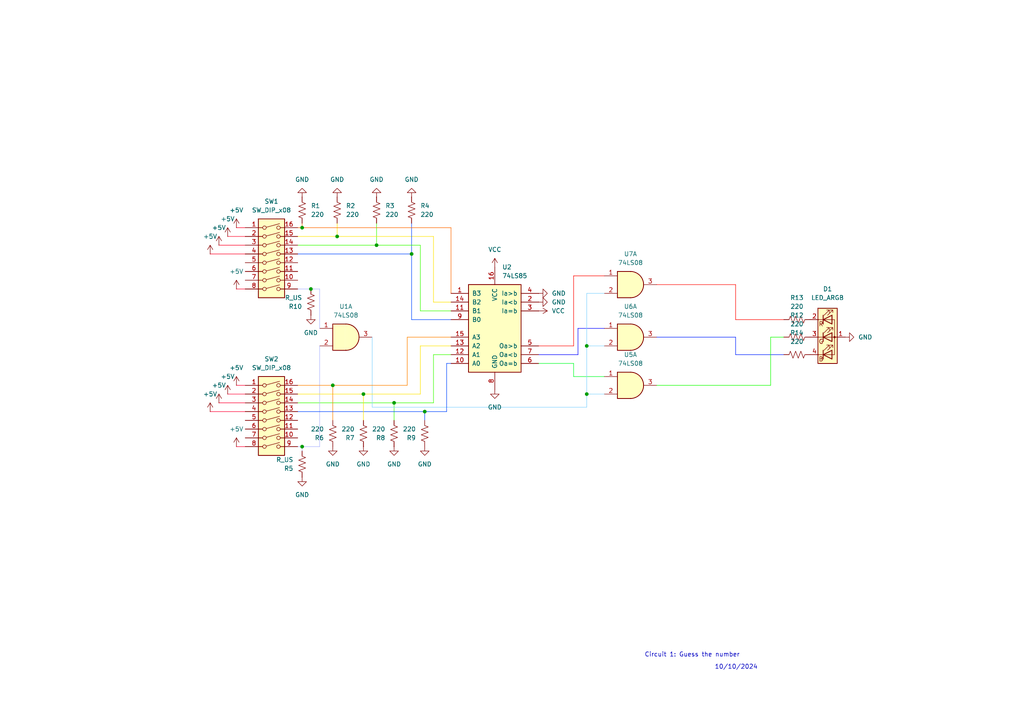
<source format=kicad_sch>
(kicad_sch
	(version 20250114)
	(generator "eeschema")
	(generator_version "9.0")
	(uuid "a9f8e595-9a19-47a6-814a-f0ad5b51590b")
	(paper "A4")
	(lib_symbols
		(symbol "74xx:74LS08"
			(pin_names
				(offset 1.016)
			)
			(exclude_from_sim no)
			(in_bom yes)
			(on_board yes)
			(property "Reference" "U"
				(at 0 1.27 0)
				(effects
					(font
						(size 1.27 1.27)
					)
				)
			)
			(property "Value" "74LS08"
				(at 0 -1.27 0)
				(effects
					(font
						(size 1.27 1.27)
					)
				)
			)
			(property "Footprint" ""
				(at 0 0 0)
				(effects
					(font
						(size 1.27 1.27)
					)
					(hide yes)
				)
			)
			(property "Datasheet" "http://www.ti.com/lit/gpn/sn74LS08"
				(at 0 0 0)
				(effects
					(font
						(size 1.27 1.27)
					)
					(hide yes)
				)
			)
			(property "Description" "Quad And2"
				(at 0 0 0)
				(effects
					(font
						(size 1.27 1.27)
					)
					(hide yes)
				)
			)
			(property "ki_locked" ""
				(at 0 0 0)
				(effects
					(font
						(size 1.27 1.27)
					)
				)
			)
			(property "ki_keywords" "TTL and2"
				(at 0 0 0)
				(effects
					(font
						(size 1.27 1.27)
					)
					(hide yes)
				)
			)
			(property "ki_fp_filters" "DIP*W7.62mm*"
				(at 0 0 0)
				(effects
					(font
						(size 1.27 1.27)
					)
					(hide yes)
				)
			)
			(symbol "74LS08_1_1"
				(arc
					(start 0 3.81)
					(mid 3.7934 0)
					(end 0 -3.81)
					(stroke
						(width 0.254)
						(type default)
					)
					(fill
						(type background)
					)
				)
				(polyline
					(pts
						(xy 0 3.81) (xy -3.81 3.81) (xy -3.81 -3.81) (xy 0 -3.81)
					)
					(stroke
						(width 0.254)
						(type default)
					)
					(fill
						(type background)
					)
				)
				(pin input line
					(at -7.62 2.54 0)
					(length 3.81)
					(name "~"
						(effects
							(font
								(size 1.27 1.27)
							)
						)
					)
					(number "1"
						(effects
							(font
								(size 1.27 1.27)
							)
						)
					)
				)
				(pin input line
					(at -7.62 -2.54 0)
					(length 3.81)
					(name "~"
						(effects
							(font
								(size 1.27 1.27)
							)
						)
					)
					(number "2"
						(effects
							(font
								(size 1.27 1.27)
							)
						)
					)
				)
				(pin output line
					(at 7.62 0 180)
					(length 3.81)
					(name "~"
						(effects
							(font
								(size 1.27 1.27)
							)
						)
					)
					(number "3"
						(effects
							(font
								(size 1.27 1.27)
							)
						)
					)
				)
			)
			(symbol "74LS08_1_2"
				(arc
					(start -3.81 3.81)
					(mid -2.589 0)
					(end -3.81 -3.81)
					(stroke
						(width 0.254)
						(type default)
					)
					(fill
						(type none)
					)
				)
				(polyline
					(pts
						(xy -3.81 3.81) (xy -0.635 3.81)
					)
					(stroke
						(width 0.254)
						(type default)
					)
					(fill
						(type background)
					)
				)
				(polyline
					(pts
						(xy -3.81 -3.81) (xy -0.635 -3.81)
					)
					(stroke
						(width 0.254)
						(type default)
					)
					(fill
						(type background)
					)
				)
				(arc
					(start 3.81 0)
					(mid 2.1855 -2.584)
					(end -0.6096 -3.81)
					(stroke
						(width 0.254)
						(type default)
					)
					(fill
						(type background)
					)
				)
				(arc
					(start -0.6096 3.81)
					(mid 2.1928 2.5924)
					(end 3.81 0)
					(stroke
						(width 0.254)
						(type default)
					)
					(fill
						(type background)
					)
				)
				(polyline
					(pts
						(xy -0.635 3.81) (xy -3.81 3.81) (xy -3.81 3.81) (xy -3.556 3.4036) (xy -3.0226 2.2606) (xy -2.6924 1.0414)
						(xy -2.6162 -0.254) (xy -2.7686 -1.4986) (xy -3.175 -2.7178) (xy -3.81 -3.81) (xy -3.81 -3.81)
						(xy -0.635 -3.81)
					)
					(stroke
						(width -25.4)
						(type default)
					)
					(fill
						(type background)
					)
				)
				(pin input inverted
					(at -7.62 2.54 0)
					(length 4.318)
					(name "~"
						(effects
							(font
								(size 1.27 1.27)
							)
						)
					)
					(number "1"
						(effects
							(font
								(size 1.27 1.27)
							)
						)
					)
				)
				(pin input inverted
					(at -7.62 -2.54 0)
					(length 4.318)
					(name "~"
						(effects
							(font
								(size 1.27 1.27)
							)
						)
					)
					(number "2"
						(effects
							(font
								(size 1.27 1.27)
							)
						)
					)
				)
				(pin output inverted
					(at 7.62 0 180)
					(length 3.81)
					(name "~"
						(effects
							(font
								(size 1.27 1.27)
							)
						)
					)
					(number "3"
						(effects
							(font
								(size 1.27 1.27)
							)
						)
					)
				)
			)
			(symbol "74LS08_2_1"
				(arc
					(start 0 3.81)
					(mid 3.7934 0)
					(end 0 -3.81)
					(stroke
						(width 0.254)
						(type default)
					)
					(fill
						(type background)
					)
				)
				(polyline
					(pts
						(xy 0 3.81) (xy -3.81 3.81) (xy -3.81 -3.81) (xy 0 -3.81)
					)
					(stroke
						(width 0.254)
						(type default)
					)
					(fill
						(type background)
					)
				)
				(pin input line
					(at -7.62 2.54 0)
					(length 3.81)
					(name "~"
						(effects
							(font
								(size 1.27 1.27)
							)
						)
					)
					(number "4"
						(effects
							(font
								(size 1.27 1.27)
							)
						)
					)
				)
				(pin input line
					(at -7.62 -2.54 0)
					(length 3.81)
					(name "~"
						(effects
							(font
								(size 1.27 1.27)
							)
						)
					)
					(number "5"
						(effects
							(font
								(size 1.27 1.27)
							)
						)
					)
				)
				(pin output line
					(at 7.62 0 180)
					(length 3.81)
					(name "~"
						(effects
							(font
								(size 1.27 1.27)
							)
						)
					)
					(number "6"
						(effects
							(font
								(size 1.27 1.27)
							)
						)
					)
				)
			)
			(symbol "74LS08_2_2"
				(arc
					(start -3.81 3.81)
					(mid -2.589 0)
					(end -3.81 -3.81)
					(stroke
						(width 0.254)
						(type default)
					)
					(fill
						(type none)
					)
				)
				(polyline
					(pts
						(xy -3.81 3.81) (xy -0.635 3.81)
					)
					(stroke
						(width 0.254)
						(type default)
					)
					(fill
						(type background)
					)
				)
				(polyline
					(pts
						(xy -3.81 -3.81) (xy -0.635 -3.81)
					)
					(stroke
						(width 0.254)
						(type default)
					)
					(fill
						(type background)
					)
				)
				(arc
					(start 3.81 0)
					(mid 2.1855 -2.584)
					(end -0.6096 -3.81)
					(stroke
						(width 0.254)
						(type default)
					)
					(fill
						(type background)
					)
				)
				(arc
					(start -0.6096 3.81)
					(mid 2.1928 2.5924)
					(end 3.81 0)
					(stroke
						(width 0.254)
						(type default)
					)
					(fill
						(type background)
					)
				)
				(polyline
					(pts
						(xy -0.635 3.81) (xy -3.81 3.81) (xy -3.81 3.81) (xy -3.556 3.4036) (xy -3.0226 2.2606) (xy -2.6924 1.0414)
						(xy -2.6162 -0.254) (xy -2.7686 -1.4986) (xy -3.175 -2.7178) (xy -3.81 -3.81) (xy -3.81 -3.81)
						(xy -0.635 -3.81)
					)
					(stroke
						(width -25.4)
						(type default)
					)
					(fill
						(type background)
					)
				)
				(pin input inverted
					(at -7.62 2.54 0)
					(length 4.318)
					(name "~"
						(effects
							(font
								(size 1.27 1.27)
							)
						)
					)
					(number "4"
						(effects
							(font
								(size 1.27 1.27)
							)
						)
					)
				)
				(pin input inverted
					(at -7.62 -2.54 0)
					(length 4.318)
					(name "~"
						(effects
							(font
								(size 1.27 1.27)
							)
						)
					)
					(number "5"
						(effects
							(font
								(size 1.27 1.27)
							)
						)
					)
				)
				(pin output inverted
					(at 7.62 0 180)
					(length 3.81)
					(name "~"
						(effects
							(font
								(size 1.27 1.27)
							)
						)
					)
					(number "6"
						(effects
							(font
								(size 1.27 1.27)
							)
						)
					)
				)
			)
			(symbol "74LS08_3_1"
				(arc
					(start 0 3.81)
					(mid 3.7934 0)
					(end 0 -3.81)
					(stroke
						(width 0.254)
						(type default)
					)
					(fill
						(type background)
					)
				)
				(polyline
					(pts
						(xy 0 3.81) (xy -3.81 3.81) (xy -3.81 -3.81) (xy 0 -3.81)
					)
					(stroke
						(width 0.254)
						(type default)
					)
					(fill
						(type background)
					)
				)
				(pin input line
					(at -7.62 2.54 0)
					(length 3.81)
					(name "~"
						(effects
							(font
								(size 1.27 1.27)
							)
						)
					)
					(number "9"
						(effects
							(font
								(size 1.27 1.27)
							)
						)
					)
				)
				(pin input line
					(at -7.62 -2.54 0)
					(length 3.81)
					(name "~"
						(effects
							(font
								(size 1.27 1.27)
							)
						)
					)
					(number "10"
						(effects
							(font
								(size 1.27 1.27)
							)
						)
					)
				)
				(pin output line
					(at 7.62 0 180)
					(length 3.81)
					(name "~"
						(effects
							(font
								(size 1.27 1.27)
							)
						)
					)
					(number "8"
						(effects
							(font
								(size 1.27 1.27)
							)
						)
					)
				)
			)
			(symbol "74LS08_3_2"
				(arc
					(start -3.81 3.81)
					(mid -2.589 0)
					(end -3.81 -3.81)
					(stroke
						(width 0.254)
						(type default)
					)
					(fill
						(type none)
					)
				)
				(polyline
					(pts
						(xy -3.81 3.81) (xy -0.635 3.81)
					)
					(stroke
						(width 0.254)
						(type default)
					)
					(fill
						(type background)
					)
				)
				(polyline
					(pts
						(xy -3.81 -3.81) (xy -0.635 -3.81)
					)
					(stroke
						(width 0.254)
						(type default)
					)
					(fill
						(type background)
					)
				)
				(arc
					(start 3.81 0)
					(mid 2.1855 -2.584)
					(end -0.6096 -3.81)
					(stroke
						(width 0.254)
						(type default)
					)
					(fill
						(type background)
					)
				)
				(arc
					(start -0.6096 3.81)
					(mid 2.1928 2.5924)
					(end 3.81 0)
					(stroke
						(width 0.254)
						(type default)
					)
					(fill
						(type background)
					)
				)
				(polyline
					(pts
						(xy -0.635 3.81) (xy -3.81 3.81) (xy -3.81 3.81) (xy -3.556 3.4036) (xy -3.0226 2.2606) (xy -2.6924 1.0414)
						(xy -2.6162 -0.254) (xy -2.7686 -1.4986) (xy -3.175 -2.7178) (xy -3.81 -3.81) (xy -3.81 -3.81)
						(xy -0.635 -3.81)
					)
					(stroke
						(width -25.4)
						(type default)
					)
					(fill
						(type background)
					)
				)
				(pin input inverted
					(at -7.62 2.54 0)
					(length 4.318)
					(name "~"
						(effects
							(font
								(size 1.27 1.27)
							)
						)
					)
					(number "9"
						(effects
							(font
								(size 1.27 1.27)
							)
						)
					)
				)
				(pin input inverted
					(at -7.62 -2.54 0)
					(length 4.318)
					(name "~"
						(effects
							(font
								(size 1.27 1.27)
							)
						)
					)
					(number "10"
						(effects
							(font
								(size 1.27 1.27)
							)
						)
					)
				)
				(pin output inverted
					(at 7.62 0 180)
					(length 3.81)
					(name "~"
						(effects
							(font
								(size 1.27 1.27)
							)
						)
					)
					(number "8"
						(effects
							(font
								(size 1.27 1.27)
							)
						)
					)
				)
			)
			(symbol "74LS08_4_1"
				(arc
					(start 0 3.81)
					(mid 3.7934 0)
					(end 0 -3.81)
					(stroke
						(width 0.254)
						(type default)
					)
					(fill
						(type background)
					)
				)
				(polyline
					(pts
						(xy 0 3.81) (xy -3.81 3.81) (xy -3.81 -3.81) (xy 0 -3.81)
					)
					(stroke
						(width 0.254)
						(type default)
					)
					(fill
						(type background)
					)
				)
				(pin input line
					(at -7.62 2.54 0)
					(length 3.81)
					(name "~"
						(effects
							(font
								(size 1.27 1.27)
							)
						)
					)
					(number "12"
						(effects
							(font
								(size 1.27 1.27)
							)
						)
					)
				)
				(pin input line
					(at -7.62 -2.54 0)
					(length 3.81)
					(name "~"
						(effects
							(font
								(size 1.27 1.27)
							)
						)
					)
					(number "13"
						(effects
							(font
								(size 1.27 1.27)
							)
						)
					)
				)
				(pin output line
					(at 7.62 0 180)
					(length 3.81)
					(name "~"
						(effects
							(font
								(size 1.27 1.27)
							)
						)
					)
					(number "11"
						(effects
							(font
								(size 1.27 1.27)
							)
						)
					)
				)
			)
			(symbol "74LS08_4_2"
				(arc
					(start -3.81 3.81)
					(mid -2.589 0)
					(end -3.81 -3.81)
					(stroke
						(width 0.254)
						(type default)
					)
					(fill
						(type none)
					)
				)
				(polyline
					(pts
						(xy -3.81 3.81) (xy -0.635 3.81)
					)
					(stroke
						(width 0.254)
						(type default)
					)
					(fill
						(type background)
					)
				)
				(polyline
					(pts
						(xy -3.81 -3.81) (xy -0.635 -3.81)
					)
					(stroke
						(width 0.254)
						(type default)
					)
					(fill
						(type background)
					)
				)
				(arc
					(start 3.81 0)
					(mid 2.1855 -2.584)
					(end -0.6096 -3.81)
					(stroke
						(width 0.254)
						(type default)
					)
					(fill
						(type background)
					)
				)
				(arc
					(start -0.6096 3.81)
					(mid 2.1928 2.5924)
					(end 3.81 0)
					(stroke
						(width 0.254)
						(type default)
					)
					(fill
						(type background)
					)
				)
				(polyline
					(pts
						(xy -0.635 3.81) (xy -3.81 3.81) (xy -3.81 3.81) (xy -3.556 3.4036) (xy -3.0226 2.2606) (xy -2.6924 1.0414)
						(xy -2.6162 -0.254) (xy -2.7686 -1.4986) (xy -3.175 -2.7178) (xy -3.81 -3.81) (xy -3.81 -3.81)
						(xy -0.635 -3.81)
					)
					(stroke
						(width -25.4)
						(type default)
					)
					(fill
						(type background)
					)
				)
				(pin input inverted
					(at -7.62 2.54 0)
					(length 4.318)
					(name "~"
						(effects
							(font
								(size 1.27 1.27)
							)
						)
					)
					(number "12"
						(effects
							(font
								(size 1.27 1.27)
							)
						)
					)
				)
				(pin input inverted
					(at -7.62 -2.54 0)
					(length 4.318)
					(name "~"
						(effects
							(font
								(size 1.27 1.27)
							)
						)
					)
					(number "13"
						(effects
							(font
								(size 1.27 1.27)
							)
						)
					)
				)
				(pin output inverted
					(at 7.62 0 180)
					(length 3.81)
					(name "~"
						(effects
							(font
								(size 1.27 1.27)
							)
						)
					)
					(number "11"
						(effects
							(font
								(size 1.27 1.27)
							)
						)
					)
				)
			)
			(symbol "74LS08_5_0"
				(pin power_in line
					(at 0 12.7 270)
					(length 5.08)
					(name "VCC"
						(effects
							(font
								(size 1.27 1.27)
							)
						)
					)
					(number "14"
						(effects
							(font
								(size 1.27 1.27)
							)
						)
					)
				)
				(pin power_in line
					(at 0 -12.7 90)
					(length 5.08)
					(name "GND"
						(effects
							(font
								(size 1.27 1.27)
							)
						)
					)
					(number "7"
						(effects
							(font
								(size 1.27 1.27)
							)
						)
					)
				)
			)
			(symbol "74LS08_5_1"
				(rectangle
					(start -5.08 7.62)
					(end 5.08 -7.62)
					(stroke
						(width 0.254)
						(type default)
					)
					(fill
						(type background)
					)
				)
			)
			(embedded_fonts no)
		)
		(symbol "74xx:74LS85"
			(pin_names
				(offset 1.016)
			)
			(exclude_from_sim no)
			(in_bom yes)
			(on_board yes)
			(property "Reference" "U"
				(at -7.62 13.97 0)
				(effects
					(font
						(size 1.27 1.27)
					)
				)
			)
			(property "Value" "74LS85"
				(at -7.62 -13.97 0)
				(effects
					(font
						(size 1.27 1.27)
					)
				)
			)
			(property "Footprint" ""
				(at 0 0 0)
				(effects
					(font
						(size 1.27 1.27)
					)
					(hide yes)
				)
			)
			(property "Datasheet" "http://www.ti.com/lit/gpn/sn74LS85"
				(at 0 0 0)
				(effects
					(font
						(size 1.27 1.27)
					)
					(hide yes)
				)
			)
			(property "Description" "4-bit Comparator"
				(at 0 0 0)
				(effects
					(font
						(size 1.27 1.27)
					)
					(hide yes)
				)
			)
			(property "ki_locked" ""
				(at 0 0 0)
				(effects
					(font
						(size 1.27 1.27)
					)
				)
			)
			(property "ki_keywords" "TTL COMP ARITH"
				(at 0 0 0)
				(effects
					(font
						(size 1.27 1.27)
					)
					(hide yes)
				)
			)
			(property "ki_fp_filters" "DIP?16*"
				(at 0 0 0)
				(effects
					(font
						(size 1.27 1.27)
					)
					(hide yes)
				)
			)
			(symbol "74LS85_1_0"
				(pin input line
					(at -12.7 10.16 0)
					(length 5.08)
					(name "B3"
						(effects
							(font
								(size 1.27 1.27)
							)
						)
					)
					(number "1"
						(effects
							(font
								(size 1.27 1.27)
							)
						)
					)
				)
				(pin input line
					(at -12.7 7.62 0)
					(length 5.08)
					(name "B2"
						(effects
							(font
								(size 1.27 1.27)
							)
						)
					)
					(number "14"
						(effects
							(font
								(size 1.27 1.27)
							)
						)
					)
				)
				(pin input line
					(at -12.7 5.08 0)
					(length 5.08)
					(name "B1"
						(effects
							(font
								(size 1.27 1.27)
							)
						)
					)
					(number "11"
						(effects
							(font
								(size 1.27 1.27)
							)
						)
					)
				)
				(pin input line
					(at -12.7 2.54 0)
					(length 5.08)
					(name "B0"
						(effects
							(font
								(size 1.27 1.27)
							)
						)
					)
					(number "9"
						(effects
							(font
								(size 1.27 1.27)
							)
						)
					)
				)
				(pin input line
					(at -12.7 -2.54 0)
					(length 5.08)
					(name "A3"
						(effects
							(font
								(size 1.27 1.27)
							)
						)
					)
					(number "15"
						(effects
							(font
								(size 1.27 1.27)
							)
						)
					)
				)
				(pin input line
					(at -12.7 -5.08 0)
					(length 5.08)
					(name "A2"
						(effects
							(font
								(size 1.27 1.27)
							)
						)
					)
					(number "13"
						(effects
							(font
								(size 1.27 1.27)
							)
						)
					)
				)
				(pin input line
					(at -12.7 -7.62 0)
					(length 5.08)
					(name "A1"
						(effects
							(font
								(size 1.27 1.27)
							)
						)
					)
					(number "12"
						(effects
							(font
								(size 1.27 1.27)
							)
						)
					)
				)
				(pin input line
					(at -12.7 -10.16 0)
					(length 5.08)
					(name "A0"
						(effects
							(font
								(size 1.27 1.27)
							)
						)
					)
					(number "10"
						(effects
							(font
								(size 1.27 1.27)
							)
						)
					)
				)
				(pin power_in line
					(at 0 17.78 270)
					(length 5.08)
					(name "VCC"
						(effects
							(font
								(size 1.27 1.27)
							)
						)
					)
					(number "16"
						(effects
							(font
								(size 1.27 1.27)
							)
						)
					)
				)
				(pin power_in line
					(at 0 -17.78 90)
					(length 5.08)
					(name "GND"
						(effects
							(font
								(size 1.27 1.27)
							)
						)
					)
					(number "8"
						(effects
							(font
								(size 1.27 1.27)
							)
						)
					)
				)
				(pin input line
					(at 12.7 10.16 180)
					(length 5.08)
					(name "Ia>b"
						(effects
							(font
								(size 1.27 1.27)
							)
						)
					)
					(number "4"
						(effects
							(font
								(size 1.27 1.27)
							)
						)
					)
				)
				(pin input line
					(at 12.7 7.62 180)
					(length 5.08)
					(name "Ia<b"
						(effects
							(font
								(size 1.27 1.27)
							)
						)
					)
					(number "2"
						(effects
							(font
								(size 1.27 1.27)
							)
						)
					)
				)
				(pin input line
					(at 12.7 5.08 180)
					(length 5.08)
					(name "Ia=b"
						(effects
							(font
								(size 1.27 1.27)
							)
						)
					)
					(number "3"
						(effects
							(font
								(size 1.27 1.27)
							)
						)
					)
				)
				(pin output line
					(at 12.7 -5.08 180)
					(length 5.08)
					(name "Oa>b"
						(effects
							(font
								(size 1.27 1.27)
							)
						)
					)
					(number "5"
						(effects
							(font
								(size 1.27 1.27)
							)
						)
					)
				)
				(pin output line
					(at 12.7 -7.62 180)
					(length 5.08)
					(name "Oa<b"
						(effects
							(font
								(size 1.27 1.27)
							)
						)
					)
					(number "7"
						(effects
							(font
								(size 1.27 1.27)
							)
						)
					)
				)
				(pin output line
					(at 12.7 -10.16 180)
					(length 5.08)
					(name "Oa=b"
						(effects
							(font
								(size 1.27 1.27)
							)
						)
					)
					(number "6"
						(effects
							(font
								(size 1.27 1.27)
							)
						)
					)
				)
			)
			(symbol "74LS85_1_1"
				(rectangle
					(start -7.62 12.7)
					(end 7.62 -12.7)
					(stroke
						(width 0.254)
						(type default)
					)
					(fill
						(type background)
					)
				)
			)
			(embedded_fonts no)
		)
		(symbol "Device:LED_ARGB"
			(pin_names
				(offset 0)
				(hide yes)
			)
			(exclude_from_sim no)
			(in_bom yes)
			(on_board yes)
			(property "Reference" "D"
				(at 0 9.398 0)
				(effects
					(font
						(size 1.27 1.27)
					)
				)
			)
			(property "Value" "LED_ARGB"
				(at 0 -8.89 0)
				(effects
					(font
						(size 1.27 1.27)
					)
				)
			)
			(property "Footprint" ""
				(at 0 -1.27 0)
				(effects
					(font
						(size 1.27 1.27)
					)
					(hide yes)
				)
			)
			(property "Datasheet" "~"
				(at 0 -1.27 0)
				(effects
					(font
						(size 1.27 1.27)
					)
					(hide yes)
				)
			)
			(property "Description" "RGB LED, anode/red/green/blue"
				(at 0 0 0)
				(effects
					(font
						(size 1.27 1.27)
					)
					(hide yes)
				)
			)
			(property "ki_keywords" "LED RGB diode"
				(at 0 0 0)
				(effects
					(font
						(size 1.27 1.27)
					)
					(hide yes)
				)
			)
			(property "ki_fp_filters" "LED* LED_SMD:* LED_THT:*"
				(at 0 0 0)
				(effects
					(font
						(size 1.27 1.27)
					)
					(hide yes)
				)
			)
			(symbol "LED_ARGB_0_0"
				(text "R"
					(at -1.905 3.81 0)
					(effects
						(font
							(size 1.27 1.27)
						)
					)
				)
				(text "G"
					(at -1.905 -1.27 0)
					(effects
						(font
							(size 1.27 1.27)
						)
					)
				)
				(text "B"
					(at -1.905 -6.35 0)
					(effects
						(font
							(size 1.27 1.27)
						)
					)
				)
			)
			(symbol "LED_ARGB_0_1"
				(polyline
					(pts
						(xy -1.27 6.35) (xy -1.27 3.81)
					)
					(stroke
						(width 0.254)
						(type default)
					)
					(fill
						(type none)
					)
				)
				(polyline
					(pts
						(xy -1.27 6.35) (xy -1.27 3.81) (xy -1.27 3.81)
					)
					(stroke
						(width 0)
						(type default)
					)
					(fill
						(type none)
					)
				)
				(polyline
					(pts
						(xy -1.27 5.08) (xy -2.54 5.08)
					)
					(stroke
						(width 0)
						(type default)
					)
					(fill
						(type none)
					)
				)
				(polyline
					(pts
						(xy -1.27 5.08) (xy 1.27 5.08)
					)
					(stroke
						(width 0)
						(type default)
					)
					(fill
						(type none)
					)
				)
				(polyline
					(pts
						(xy -1.27 1.27) (xy -1.27 -1.27)
					)
					(stroke
						(width 0.254)
						(type default)
					)
					(fill
						(type none)
					)
				)
				(polyline
					(pts
						(xy -1.27 1.27) (xy -1.27 -1.27) (xy -1.27 -1.27)
					)
					(stroke
						(width 0)
						(type default)
					)
					(fill
						(type none)
					)
				)
				(polyline
					(pts
						(xy -1.27 0) (xy -2.54 0)
					)
					(stroke
						(width 0)
						(type default)
					)
					(fill
						(type none)
					)
				)
				(polyline
					(pts
						(xy -1.27 -3.81) (xy -1.27 -6.35)
					)
					(stroke
						(width 0.254)
						(type default)
					)
					(fill
						(type none)
					)
				)
				(polyline
					(pts
						(xy -1.27 -5.08) (xy -2.54 -5.08)
					)
					(stroke
						(width 0)
						(type default)
					)
					(fill
						(type none)
					)
				)
				(polyline
					(pts
						(xy -1.27 -5.08) (xy 1.27 -5.08)
					)
					(stroke
						(width 0)
						(type default)
					)
					(fill
						(type none)
					)
				)
				(polyline
					(pts
						(xy -1.016 6.35) (xy 0.508 7.874) (xy -0.254 7.874) (xy 0.508 7.874) (xy 0.508 7.112)
					)
					(stroke
						(width 0)
						(type default)
					)
					(fill
						(type none)
					)
				)
				(polyline
					(pts
						(xy -1.016 1.27) (xy 0.508 2.794) (xy -0.254 2.794) (xy 0.508 2.794) (xy 0.508 2.032)
					)
					(stroke
						(width 0)
						(type default)
					)
					(fill
						(type none)
					)
				)
				(polyline
					(pts
						(xy -1.016 -3.81) (xy 0.508 -2.286) (xy -0.254 -2.286) (xy 0.508 -2.286) (xy 0.508 -3.048)
					)
					(stroke
						(width 0)
						(type default)
					)
					(fill
						(type none)
					)
				)
				(polyline
					(pts
						(xy 0 6.35) (xy 1.524 7.874) (xy 0.762 7.874) (xy 1.524 7.874) (xy 1.524 7.112)
					)
					(stroke
						(width 0)
						(type default)
					)
					(fill
						(type none)
					)
				)
				(polyline
					(pts
						(xy 0 1.27) (xy 1.524 2.794) (xy 0.762 2.794) (xy 1.524 2.794) (xy 1.524 2.032)
					)
					(stroke
						(width 0)
						(type default)
					)
					(fill
						(type none)
					)
				)
				(polyline
					(pts
						(xy 0 -3.81) (xy 1.524 -2.286) (xy 0.762 -2.286) (xy 1.524 -2.286) (xy 1.524 -3.048)
					)
					(stroke
						(width 0)
						(type default)
					)
					(fill
						(type none)
					)
				)
				(polyline
					(pts
						(xy 1.27 6.35) (xy 1.27 3.81) (xy -1.27 5.08) (xy 1.27 6.35)
					)
					(stroke
						(width 0.254)
						(type default)
					)
					(fill
						(type none)
					)
				)
				(rectangle
					(start 1.27 6.35)
					(end 1.27 6.35)
					(stroke
						(width 0)
						(type default)
					)
					(fill
						(type none)
					)
				)
				(rectangle
					(start 1.27 3.81)
					(end 1.27 6.35)
					(stroke
						(width 0)
						(type default)
					)
					(fill
						(type none)
					)
				)
				(polyline
					(pts
						(xy 1.27 1.27) (xy 1.27 -1.27) (xy -1.27 0) (xy 1.27 1.27)
					)
					(stroke
						(width 0.254)
						(type default)
					)
					(fill
						(type none)
					)
				)
				(rectangle
					(start 1.27 1.27)
					(end 1.27 1.27)
					(stroke
						(width 0)
						(type default)
					)
					(fill
						(type none)
					)
				)
				(polyline
					(pts
						(xy 1.27 0) (xy -1.27 0)
					)
					(stroke
						(width 0)
						(type default)
					)
					(fill
						(type none)
					)
				)
				(polyline
					(pts
						(xy 1.27 0) (xy 2.54 0)
					)
					(stroke
						(width 0)
						(type default)
					)
					(fill
						(type none)
					)
				)
				(rectangle
					(start 1.27 -1.27)
					(end 1.27 1.27)
					(stroke
						(width 0)
						(type default)
					)
					(fill
						(type none)
					)
				)
				(polyline
					(pts
						(xy 1.27 -3.81) (xy 1.27 -6.35) (xy -1.27 -5.08) (xy 1.27 -3.81)
					)
					(stroke
						(width 0.254)
						(type default)
					)
					(fill
						(type none)
					)
				)
				(polyline
					(pts
						(xy 1.27 -5.08) (xy 2.032 -5.08) (xy 2.032 5.08) (xy 1.27 5.08)
					)
					(stroke
						(width 0)
						(type default)
					)
					(fill
						(type none)
					)
				)
				(circle
					(center 2.032 0)
					(radius 0.254)
					(stroke
						(width 0)
						(type default)
					)
					(fill
						(type outline)
					)
				)
				(rectangle
					(start 2.794 8.382)
					(end -2.794 -7.62)
					(stroke
						(width 0.254)
						(type default)
					)
					(fill
						(type background)
					)
				)
			)
			(symbol "LED_ARGB_1_1"
				(pin passive line
					(at -5.08 5.08 0)
					(length 2.54)
					(name "RK"
						(effects
							(font
								(size 1.27 1.27)
							)
						)
					)
					(number "2"
						(effects
							(font
								(size 1.27 1.27)
							)
						)
					)
				)
				(pin passive line
					(at -5.08 0 0)
					(length 2.54)
					(name "GK"
						(effects
							(font
								(size 1.27 1.27)
							)
						)
					)
					(number "3"
						(effects
							(font
								(size 1.27 1.27)
							)
						)
					)
				)
				(pin passive line
					(at -5.08 -5.08 0)
					(length 2.54)
					(name "BK"
						(effects
							(font
								(size 1.27 1.27)
							)
						)
					)
					(number "4"
						(effects
							(font
								(size 1.27 1.27)
							)
						)
					)
				)
				(pin passive line
					(at 5.08 0 180)
					(length 2.54)
					(name "A"
						(effects
							(font
								(size 1.27 1.27)
							)
						)
					)
					(number "1"
						(effects
							(font
								(size 1.27 1.27)
							)
						)
					)
				)
			)
			(embedded_fonts no)
		)
		(symbol "Device:R_US"
			(pin_numbers
				(hide yes)
			)
			(pin_names
				(offset 0)
			)
			(exclude_from_sim no)
			(in_bom yes)
			(on_board yes)
			(property "Reference" "R"
				(at 2.54 0 90)
				(effects
					(font
						(size 1.27 1.27)
					)
				)
			)
			(property "Value" "R_US"
				(at -2.54 0 90)
				(effects
					(font
						(size 1.27 1.27)
					)
				)
			)
			(property "Footprint" ""
				(at 1.016 -0.254 90)
				(effects
					(font
						(size 1.27 1.27)
					)
					(hide yes)
				)
			)
			(property "Datasheet" "~"
				(at 0 0 0)
				(effects
					(font
						(size 1.27 1.27)
					)
					(hide yes)
				)
			)
			(property "Description" "Resistor, US symbol"
				(at 0 0 0)
				(effects
					(font
						(size 1.27 1.27)
					)
					(hide yes)
				)
			)
			(property "ki_keywords" "R res resistor"
				(at 0 0 0)
				(effects
					(font
						(size 1.27 1.27)
					)
					(hide yes)
				)
			)
			(property "ki_fp_filters" "R_*"
				(at 0 0 0)
				(effects
					(font
						(size 1.27 1.27)
					)
					(hide yes)
				)
			)
			(symbol "R_US_0_1"
				(polyline
					(pts
						(xy 0 2.286) (xy 0 2.54)
					)
					(stroke
						(width 0)
						(type default)
					)
					(fill
						(type none)
					)
				)
				(polyline
					(pts
						(xy 0 2.286) (xy 1.016 1.905) (xy 0 1.524) (xy -1.016 1.143) (xy 0 0.762)
					)
					(stroke
						(width 0)
						(type default)
					)
					(fill
						(type none)
					)
				)
				(polyline
					(pts
						(xy 0 0.762) (xy 1.016 0.381) (xy 0 0) (xy -1.016 -0.381) (xy 0 -0.762)
					)
					(stroke
						(width 0)
						(type default)
					)
					(fill
						(type none)
					)
				)
				(polyline
					(pts
						(xy 0 -0.762) (xy 1.016 -1.143) (xy 0 -1.524) (xy -1.016 -1.905) (xy 0 -2.286)
					)
					(stroke
						(width 0)
						(type default)
					)
					(fill
						(type none)
					)
				)
				(polyline
					(pts
						(xy 0 -2.286) (xy 0 -2.54)
					)
					(stroke
						(width 0)
						(type default)
					)
					(fill
						(type none)
					)
				)
			)
			(symbol "R_US_1_1"
				(pin passive line
					(at 0 3.81 270)
					(length 1.27)
					(name "~"
						(effects
							(font
								(size 1.27 1.27)
							)
						)
					)
					(number "1"
						(effects
							(font
								(size 1.27 1.27)
							)
						)
					)
				)
				(pin passive line
					(at 0 -3.81 90)
					(length 1.27)
					(name "~"
						(effects
							(font
								(size 1.27 1.27)
							)
						)
					)
					(number "2"
						(effects
							(font
								(size 1.27 1.27)
							)
						)
					)
				)
			)
			(embedded_fonts no)
		)
		(symbol "Switch:SW_DIP_x08"
			(pin_names
				(offset 0)
				(hide yes)
			)
			(exclude_from_sim no)
			(in_bom yes)
			(on_board yes)
			(property "Reference" "SW"
				(at 0 13.97 0)
				(effects
					(font
						(size 1.27 1.27)
					)
				)
			)
			(property "Value" "SW_DIP_x08"
				(at 0 -11.43 0)
				(effects
					(font
						(size 1.27 1.27)
					)
				)
			)
			(property "Footprint" ""
				(at 0 0 0)
				(effects
					(font
						(size 1.27 1.27)
					)
					(hide yes)
				)
			)
			(property "Datasheet" "~"
				(at 0 0 0)
				(effects
					(font
						(size 1.27 1.27)
					)
					(hide yes)
				)
			)
			(property "Description" "8x DIP Switch, Single Pole Single Throw (SPST) switch, small symbol"
				(at 0 0 0)
				(effects
					(font
						(size 1.27 1.27)
					)
					(hide yes)
				)
			)
			(property "ki_keywords" "dip switch"
				(at 0 0 0)
				(effects
					(font
						(size 1.27 1.27)
					)
					(hide yes)
				)
			)
			(property "ki_fp_filters" "SW?DIP?x8*"
				(at 0 0 0)
				(effects
					(font
						(size 1.27 1.27)
					)
					(hide yes)
				)
			)
			(symbol "SW_DIP_x08_0_0"
				(circle
					(center -2.032 10.16)
					(radius 0.508)
					(stroke
						(width 0)
						(type default)
					)
					(fill
						(type none)
					)
				)
				(circle
					(center -2.032 7.62)
					(radius 0.508)
					(stroke
						(width 0)
						(type default)
					)
					(fill
						(type none)
					)
				)
				(circle
					(center -2.032 5.08)
					(radius 0.508)
					(stroke
						(width 0)
						(type default)
					)
					(fill
						(type none)
					)
				)
				(circle
					(center -2.032 2.54)
					(radius 0.508)
					(stroke
						(width 0)
						(type default)
					)
					(fill
						(type none)
					)
				)
				(circle
					(center -2.032 0)
					(radius 0.508)
					(stroke
						(width 0)
						(type default)
					)
					(fill
						(type none)
					)
				)
				(circle
					(center -2.032 -2.54)
					(radius 0.508)
					(stroke
						(width 0)
						(type default)
					)
					(fill
						(type none)
					)
				)
				(circle
					(center -2.032 -5.08)
					(radius 0.508)
					(stroke
						(width 0)
						(type default)
					)
					(fill
						(type none)
					)
				)
				(circle
					(center -2.032 -7.62)
					(radius 0.508)
					(stroke
						(width 0)
						(type default)
					)
					(fill
						(type none)
					)
				)
				(polyline
					(pts
						(xy -1.524 10.287) (xy 2.3622 11.3284)
					)
					(stroke
						(width 0)
						(type default)
					)
					(fill
						(type none)
					)
				)
				(polyline
					(pts
						(xy -1.524 7.747) (xy 2.3622 8.7884)
					)
					(stroke
						(width 0)
						(type default)
					)
					(fill
						(type none)
					)
				)
				(polyline
					(pts
						(xy -1.524 5.207) (xy 2.3622 6.2484)
					)
					(stroke
						(width 0)
						(type default)
					)
					(fill
						(type none)
					)
				)
				(polyline
					(pts
						(xy -1.524 2.667) (xy 2.3622 3.7084)
					)
					(stroke
						(width 0)
						(type default)
					)
					(fill
						(type none)
					)
				)
				(polyline
					(pts
						(xy -1.524 0.127) (xy 2.3622 1.1684)
					)
					(stroke
						(width 0)
						(type default)
					)
					(fill
						(type none)
					)
				)
				(polyline
					(pts
						(xy -1.524 -2.3876) (xy 2.3622 -1.3462)
					)
					(stroke
						(width 0)
						(type default)
					)
					(fill
						(type none)
					)
				)
				(polyline
					(pts
						(xy -1.524 -4.9276) (xy 2.3622 -3.8862)
					)
					(stroke
						(width 0)
						(type default)
					)
					(fill
						(type none)
					)
				)
				(polyline
					(pts
						(xy -1.524 -7.4676) (xy 2.3622 -6.4262)
					)
					(stroke
						(width 0)
						(type default)
					)
					(fill
						(type none)
					)
				)
				(circle
					(center 2.032 10.16)
					(radius 0.508)
					(stroke
						(width 0)
						(type default)
					)
					(fill
						(type none)
					)
				)
				(circle
					(center 2.032 7.62)
					(radius 0.508)
					(stroke
						(width 0)
						(type default)
					)
					(fill
						(type none)
					)
				)
				(circle
					(center 2.032 5.08)
					(radius 0.508)
					(stroke
						(width 0)
						(type default)
					)
					(fill
						(type none)
					)
				)
				(circle
					(center 2.032 2.54)
					(radius 0.508)
					(stroke
						(width 0)
						(type default)
					)
					(fill
						(type none)
					)
				)
				(circle
					(center 2.032 0)
					(radius 0.508)
					(stroke
						(width 0)
						(type default)
					)
					(fill
						(type none)
					)
				)
				(circle
					(center 2.032 -2.54)
					(radius 0.508)
					(stroke
						(width 0)
						(type default)
					)
					(fill
						(type none)
					)
				)
				(circle
					(center 2.032 -5.08)
					(radius 0.508)
					(stroke
						(width 0)
						(type default)
					)
					(fill
						(type none)
					)
				)
				(circle
					(center 2.032 -7.62)
					(radius 0.508)
					(stroke
						(width 0)
						(type default)
					)
					(fill
						(type none)
					)
				)
			)
			(symbol "SW_DIP_x08_0_1"
				(rectangle
					(start -3.81 12.7)
					(end 3.81 -10.16)
					(stroke
						(width 0.254)
						(type default)
					)
					(fill
						(type background)
					)
				)
			)
			(symbol "SW_DIP_x08_1_1"
				(pin passive line
					(at -7.62 10.16 0)
					(length 5.08)
					(name "~"
						(effects
							(font
								(size 1.27 1.27)
							)
						)
					)
					(number "1"
						(effects
							(font
								(size 1.27 1.27)
							)
						)
					)
				)
				(pin passive line
					(at -7.62 7.62 0)
					(length 5.08)
					(name "~"
						(effects
							(font
								(size 1.27 1.27)
							)
						)
					)
					(number "2"
						(effects
							(font
								(size 1.27 1.27)
							)
						)
					)
				)
				(pin passive line
					(at -7.62 5.08 0)
					(length 5.08)
					(name "~"
						(effects
							(font
								(size 1.27 1.27)
							)
						)
					)
					(number "3"
						(effects
							(font
								(size 1.27 1.27)
							)
						)
					)
				)
				(pin passive line
					(at -7.62 2.54 0)
					(length 5.08)
					(name "~"
						(effects
							(font
								(size 1.27 1.27)
							)
						)
					)
					(number "4"
						(effects
							(font
								(size 1.27 1.27)
							)
						)
					)
				)
				(pin passive line
					(at -7.62 0 0)
					(length 5.08)
					(name "~"
						(effects
							(font
								(size 1.27 1.27)
							)
						)
					)
					(number "5"
						(effects
							(font
								(size 1.27 1.27)
							)
						)
					)
				)
				(pin passive line
					(at -7.62 -2.54 0)
					(length 5.08)
					(name "~"
						(effects
							(font
								(size 1.27 1.27)
							)
						)
					)
					(number "6"
						(effects
							(font
								(size 1.27 1.27)
							)
						)
					)
				)
				(pin passive line
					(at -7.62 -5.08 0)
					(length 5.08)
					(name "~"
						(effects
							(font
								(size 1.27 1.27)
							)
						)
					)
					(number "7"
						(effects
							(font
								(size 1.27 1.27)
							)
						)
					)
				)
				(pin passive line
					(at -7.62 -7.62 0)
					(length 5.08)
					(name "~"
						(effects
							(font
								(size 1.27 1.27)
							)
						)
					)
					(number "8"
						(effects
							(font
								(size 1.27 1.27)
							)
						)
					)
				)
				(pin passive line
					(at 7.62 10.16 180)
					(length 5.08)
					(name "~"
						(effects
							(font
								(size 1.27 1.27)
							)
						)
					)
					(number "16"
						(effects
							(font
								(size 1.27 1.27)
							)
						)
					)
				)
				(pin passive line
					(at 7.62 7.62 180)
					(length 5.08)
					(name "~"
						(effects
							(font
								(size 1.27 1.27)
							)
						)
					)
					(number "15"
						(effects
							(font
								(size 1.27 1.27)
							)
						)
					)
				)
				(pin passive line
					(at 7.62 5.08 180)
					(length 5.08)
					(name "~"
						(effects
							(font
								(size 1.27 1.27)
							)
						)
					)
					(number "14"
						(effects
							(font
								(size 1.27 1.27)
							)
						)
					)
				)
				(pin passive line
					(at 7.62 2.54 180)
					(length 5.08)
					(name "~"
						(effects
							(font
								(size 1.27 1.27)
							)
						)
					)
					(number "13"
						(effects
							(font
								(size 1.27 1.27)
							)
						)
					)
				)
				(pin passive line
					(at 7.62 0 180)
					(length 5.08)
					(name "~"
						(effects
							(font
								(size 1.27 1.27)
							)
						)
					)
					(number "12"
						(effects
							(font
								(size 1.27 1.27)
							)
						)
					)
				)
				(pin passive line
					(at 7.62 -2.54 180)
					(length 5.08)
					(name "~"
						(effects
							(font
								(size 1.27 1.27)
							)
						)
					)
					(number "11"
						(effects
							(font
								(size 1.27 1.27)
							)
						)
					)
				)
				(pin passive line
					(at 7.62 -5.08 180)
					(length 5.08)
					(name "~"
						(effects
							(font
								(size 1.27 1.27)
							)
						)
					)
					(number "10"
						(effects
							(font
								(size 1.27 1.27)
							)
						)
					)
				)
				(pin passive line
					(at 7.62 -7.62 180)
					(length 5.08)
					(name "~"
						(effects
							(font
								(size 1.27 1.27)
							)
						)
					)
					(number "9"
						(effects
							(font
								(size 1.27 1.27)
							)
						)
					)
				)
			)
			(embedded_fonts no)
		)
		(symbol "power:+5V"
			(power)
			(pin_numbers
				(hide yes)
			)
			(pin_names
				(offset 0)
				(hide yes)
			)
			(exclude_from_sim no)
			(in_bom yes)
			(on_board yes)
			(property "Reference" "#PWR"
				(at 0 -3.81 0)
				(effects
					(font
						(size 1.27 1.27)
					)
					(hide yes)
				)
			)
			(property "Value" "+5V"
				(at 0 3.556 0)
				(effects
					(font
						(size 1.27 1.27)
					)
				)
			)
			(property "Footprint" ""
				(at 0 0 0)
				(effects
					(font
						(size 1.27 1.27)
					)
					(hide yes)
				)
			)
			(property "Datasheet" ""
				(at 0 0 0)
				(effects
					(font
						(size 1.27 1.27)
					)
					(hide yes)
				)
			)
			(property "Description" "Power symbol creates a global label with name \"+5V\""
				(at 0 0 0)
				(effects
					(font
						(size 1.27 1.27)
					)
					(hide yes)
				)
			)
			(property "ki_keywords" "global power"
				(at 0 0 0)
				(effects
					(font
						(size 1.27 1.27)
					)
					(hide yes)
				)
			)
			(symbol "+5V_0_1"
				(polyline
					(pts
						(xy -0.762 1.27) (xy 0 2.54)
					)
					(stroke
						(width 0)
						(type default)
					)
					(fill
						(type none)
					)
				)
				(polyline
					(pts
						(xy 0 2.54) (xy 0.762 1.27)
					)
					(stroke
						(width 0)
						(type default)
					)
					(fill
						(type none)
					)
				)
				(polyline
					(pts
						(xy 0 0) (xy 0 2.54)
					)
					(stroke
						(width 0)
						(type default)
					)
					(fill
						(type none)
					)
				)
			)
			(symbol "+5V_1_1"
				(pin power_in line
					(at 0 0 90)
					(length 0)
					(name "~"
						(effects
							(font
								(size 1.27 1.27)
							)
						)
					)
					(number "1"
						(effects
							(font
								(size 1.27 1.27)
							)
						)
					)
				)
			)
			(embedded_fonts no)
		)
		(symbol "power:GND"
			(power)
			(pin_numbers
				(hide yes)
			)
			(pin_names
				(offset 0)
				(hide yes)
			)
			(exclude_from_sim no)
			(in_bom yes)
			(on_board yes)
			(property "Reference" "#PWR"
				(at 0 -6.35 0)
				(effects
					(font
						(size 1.27 1.27)
					)
					(hide yes)
				)
			)
			(property "Value" "GND"
				(at 0 -3.81 0)
				(effects
					(font
						(size 1.27 1.27)
					)
				)
			)
			(property "Footprint" ""
				(at 0 0 0)
				(effects
					(font
						(size 1.27 1.27)
					)
					(hide yes)
				)
			)
			(property "Datasheet" ""
				(at 0 0 0)
				(effects
					(font
						(size 1.27 1.27)
					)
					(hide yes)
				)
			)
			(property "Description" "Power symbol creates a global label with name \"GND\" , ground"
				(at 0 0 0)
				(effects
					(font
						(size 1.27 1.27)
					)
					(hide yes)
				)
			)
			(property "ki_keywords" "global power"
				(at 0 0 0)
				(effects
					(font
						(size 1.27 1.27)
					)
					(hide yes)
				)
			)
			(symbol "GND_0_1"
				(polyline
					(pts
						(xy 0 0) (xy 0 -1.27) (xy 1.27 -1.27) (xy 0 -2.54) (xy -1.27 -1.27) (xy 0 -1.27)
					)
					(stroke
						(width 0)
						(type default)
					)
					(fill
						(type none)
					)
				)
			)
			(symbol "GND_1_1"
				(pin power_in line
					(at 0 0 270)
					(length 0)
					(name "~"
						(effects
							(font
								(size 1.27 1.27)
							)
						)
					)
					(number "1"
						(effects
							(font
								(size 1.27 1.27)
							)
						)
					)
				)
			)
			(embedded_fonts no)
		)
		(symbol "power:VCC"
			(power)
			(pin_numbers
				(hide yes)
			)
			(pin_names
				(offset 0)
				(hide yes)
			)
			(exclude_from_sim no)
			(in_bom yes)
			(on_board yes)
			(property "Reference" "#PWR"
				(at 0 -3.81 0)
				(effects
					(font
						(size 1.27 1.27)
					)
					(hide yes)
				)
			)
			(property "Value" "VCC"
				(at 0 3.556 0)
				(effects
					(font
						(size 1.27 1.27)
					)
				)
			)
			(property "Footprint" ""
				(at 0 0 0)
				(effects
					(font
						(size 1.27 1.27)
					)
					(hide yes)
				)
			)
			(property "Datasheet" ""
				(at 0 0 0)
				(effects
					(font
						(size 1.27 1.27)
					)
					(hide yes)
				)
			)
			(property "Description" "Power symbol creates a global label with name \"VCC\""
				(at 0 0 0)
				(effects
					(font
						(size 1.27 1.27)
					)
					(hide yes)
				)
			)
			(property "ki_keywords" "global power"
				(at 0 0 0)
				(effects
					(font
						(size 1.27 1.27)
					)
					(hide yes)
				)
			)
			(symbol "VCC_0_1"
				(polyline
					(pts
						(xy -0.762 1.27) (xy 0 2.54)
					)
					(stroke
						(width 0)
						(type default)
					)
					(fill
						(type none)
					)
				)
				(polyline
					(pts
						(xy 0 2.54) (xy 0.762 1.27)
					)
					(stroke
						(width 0)
						(type default)
					)
					(fill
						(type none)
					)
				)
				(polyline
					(pts
						(xy 0 0) (xy 0 2.54)
					)
					(stroke
						(width 0)
						(type default)
					)
					(fill
						(type none)
					)
				)
			)
			(symbol "VCC_1_1"
				(pin power_in line
					(at 0 0 90)
					(length 0)
					(name "~"
						(effects
							(font
								(size 1.27 1.27)
							)
						)
					)
					(number "1"
						(effects
							(font
								(size 1.27 1.27)
							)
						)
					)
				)
			)
			(embedded_fonts no)
		)
	)
	(text "10/10/2024"
		(exclude_from_sim no)
		(at 207.264 193.548 0)
		(effects
			(font
				(size 1.27 1.27)
			)
			(justify left)
		)
		(uuid "63501600-3a8f-4205-9aa1-6c85a8ca45bd")
	)
	(text "Circuit 1: Guess the number"
		(exclude_from_sim no)
		(at 186.944 189.992 0)
		(effects
			(font
				(size 1.27 1.27)
			)
			(justify left)
		)
		(uuid "6ae61498-dce2-4f04-802f-80b1d029f6f6")
	)
	(junction
		(at 96.52 111.76)
		(diameter 0)
		(color 0 0 0 0)
		(uuid "298a28c6-c1e5-4b97-986f-9fea23ca47e3")
	)
	(junction
		(at 105.41 114.3)
		(diameter 0)
		(color 0 0 0 0)
		(uuid "39054422-8918-47fe-a326-ff74f95a8eb5")
	)
	(junction
		(at 119.38 73.66)
		(diameter 0)
		(color 0 0 0 0)
		(uuid "45b6ecd1-6b89-4b2b-a4b3-ef9f5d79aa9a")
	)
	(junction
		(at 87.63 129.54)
		(diameter 0)
		(color 0 0 0 0)
		(uuid "61170d3a-de50-42af-8344-2b01efebafe8")
	)
	(junction
		(at 97.79 68.58)
		(diameter 0)
		(color 0 0 0 0)
		(uuid "6a0cc1cd-29c5-4797-90b6-1e7a7b223839")
	)
	(junction
		(at 87.63 66.04)
		(diameter 0)
		(color 0 0 0 0)
		(uuid "8fcb0d29-02f3-4102-8c5f-a7d48b10e8c8")
	)
	(junction
		(at 170.18 100.33)
		(diameter 0)
		(color 0 0 0 0)
		(uuid "918d6e77-2527-4037-9dec-05a5a1161cd7")
	)
	(junction
		(at 109.22 71.12)
		(diameter 0)
		(color 0 0 0 0)
		(uuid "988790f6-41d4-4960-9fd7-594094f5518f")
	)
	(junction
		(at 123.19 119.38)
		(diameter 0)
		(color 0 0 0 0)
		(uuid "bb486e5d-a9ed-4ac3-b1b5-20b7782afd82")
	)
	(junction
		(at 114.3 116.84)
		(diameter 0)
		(color 0 0 0 0)
		(uuid "e4b10cde-44d4-44c2-8f87-2f3998945b0c")
	)
	(junction
		(at 90.17 83.82)
		(diameter 0)
		(color 0 0 0 0)
		(uuid "e8845914-f017-40ec-a0c3-2efbb2a19c35")
	)
	(junction
		(at 170.18 114.3)
		(diameter 0)
		(color 0 0 0 0)
		(uuid "e9ce89ef-11e0-4ccb-98b1-8ed2cf33e787")
	)
	(wire
		(pts
			(xy 223.52 111.76) (xy 223.52 97.79)
		)
		(stroke
			(width 0)
			(type default)
			(color 16 255 0 1)
		)
		(uuid "0df2d5b9-1682-4e23-b14c-182f6c430791")
	)
	(wire
		(pts
			(xy 119.38 92.71) (xy 130.81 92.71)
		)
		(stroke
			(width 0)
			(type default)
			(color 0 69 255 1)
		)
		(uuid "0eb6ef0e-8cbf-4e1d-8f4e-e5ca937692f3")
	)
	(wire
		(pts
			(xy 121.92 100.33) (xy 130.81 100.33)
		)
		(stroke
			(width 0)
			(type default)
			(color 255 228 0 1)
		)
		(uuid "12c9b457-fbfa-4dea-a168-ccdc42e90508")
	)
	(wire
		(pts
			(xy 170.18 100.33) (xy 170.18 85.09)
		)
		(stroke
			(width 0)
			(type default)
			(color 135 212 255 1)
		)
		(uuid "1320a9c4-0552-4aa7-bcf5-bcf4ffd84031")
	)
	(wire
		(pts
			(xy 105.41 114.3) (xy 105.41 121.92)
		)
		(stroke
			(width 0)
			(type default)
			(color 255 228 0 1)
		)
		(uuid "157818e1-bda7-418c-b6a5-b6c3526aae76")
	)
	(wire
		(pts
			(xy 130.81 66.04) (xy 130.81 85.09)
		)
		(stroke
			(width 0)
			(type default)
			(color 255 105 0 1)
		)
		(uuid "18ce6453-9e3b-45c9-ba01-46b28920290c")
	)
	(wire
		(pts
			(xy 190.5 111.76) (xy 223.52 111.76)
		)
		(stroke
			(width 0)
			(type default)
			(color 16 255 0 1)
		)
		(uuid "1aa2be1f-c156-424c-9c0a-ce85c5272ac1")
	)
	(wire
		(pts
			(xy 96.52 111.76) (xy 96.52 121.92)
		)
		(stroke
			(width 0)
			(type default)
			(color 255 132 0 1)
		)
		(uuid "1bd7d9ae-6ac3-41a2-a763-05a355c5c8cf")
	)
	(wire
		(pts
			(xy 129.54 105.41) (xy 129.54 119.38)
		)
		(stroke
			(width 0)
			(type default)
			(color 0 69 255 1)
		)
		(uuid "226b4443-3ad1-4d1a-8c53-a1949422037f")
	)
	(wire
		(pts
			(xy 107.95 97.79) (xy 107.95 118.11)
		)
		(stroke
			(width 0)
			(type default)
			(color 135 212 255 1)
		)
		(uuid "26f2eebf-ad84-40d8-8158-483a7e149457")
	)
	(wire
		(pts
			(xy 87.63 66.04) (xy 130.81 66.04)
		)
		(stroke
			(width 0)
			(type default)
			(color 255 105 0 1)
		)
		(uuid "300ca3ee-e3a6-4cd5-b627-fec4f4eeb1be")
	)
	(wire
		(pts
			(xy 107.95 118.11) (xy 170.18 118.11)
		)
		(stroke
			(width 0)
			(type default)
			(color 135 212 255 1)
		)
		(uuid "31a2ca90-ae77-4e94-803b-a20aade13236")
	)
	(wire
		(pts
			(xy 121.92 90.17) (xy 130.81 90.17)
		)
		(stroke
			(width 0)
			(type default)
			(color 56 255 0 1)
		)
		(uuid "3de48fcb-278e-45f5-9296-d58cbae20f2d")
	)
	(wire
		(pts
			(xy 114.3 116.84) (xy 114.3 121.92)
		)
		(stroke
			(width 0)
			(type default)
			(color 56 255 0 1)
		)
		(uuid "411099fc-7165-4625-a9b1-45a8b300ef0e")
	)
	(wire
		(pts
			(xy 86.36 111.76) (xy 96.52 111.76)
		)
		(stroke
			(width 0)
			(type default)
			(color 255 132 0 1)
		)
		(uuid "424e082f-b0e3-4451-88ee-3d61aebd02be")
	)
	(wire
		(pts
			(xy 86.36 73.66) (xy 119.38 73.66)
		)
		(stroke
			(width 0)
			(type default)
			(color 0 69 255 1)
		)
		(uuid "42c25a62-1a1f-46f9-8cbb-31167e221e92")
	)
	(wire
		(pts
			(xy 86.36 66.04) (xy 87.63 66.04)
		)
		(stroke
			(width 0)
			(type default)
			(color 255 105 0 1)
		)
		(uuid "45e71ea6-f6f4-4930-a0fa-68aa02a71bd4")
	)
	(wire
		(pts
			(xy 213.36 82.55) (xy 213.36 92.71)
		)
		(stroke
			(width 0)
			(type default)
			(color 255 6 0 1)
		)
		(uuid "45f04dc5-8515-4a22-829c-9af22a64c058")
	)
	(wire
		(pts
			(xy 166.37 105.41) (xy 166.37 109.22)
		)
		(stroke
			(width 0)
			(type default)
			(color 0 255 37 1)
		)
		(uuid "46c8edcb-1dcd-4338-bda3-7e985ff3326e")
	)
	(wire
		(pts
			(xy 167.64 102.87) (xy 167.64 95.25)
		)
		(stroke
			(width 0)
			(type default)
			(color 1 0 255 1)
		)
		(uuid "4c581c63-c3d5-4bab-b7c3-8a6b62f9c1a5")
	)
	(wire
		(pts
			(xy 190.5 97.79) (xy 213.36 97.79)
		)
		(stroke
			(width 0)
			(type default)
			(color 0 34 255 1)
		)
		(uuid "4df80876-cb84-4d0c-a508-74661fbd1b0f")
	)
	(wire
		(pts
			(xy 92.71 83.82) (xy 92.71 95.25)
		)
		(stroke
			(width 0)
			(type default)
			(color 175 184 255 1)
		)
		(uuid "50c448c5-f25b-4f20-b4d3-df3ae30c7e64")
	)
	(wire
		(pts
			(xy 86.36 116.84) (xy 114.3 116.84)
		)
		(stroke
			(width 0)
			(type default)
			(color 56 255 0 1)
		)
		(uuid "53aa5271-5c98-4a17-a89f-9482227b7ee1")
	)
	(wire
		(pts
			(xy 190.5 82.55) (xy 213.36 82.55)
		)
		(stroke
			(width 0)
			(type default)
			(color 255 6 0 1)
		)
		(uuid "553eb754-061d-4597-a8d8-72f675dbbca3")
	)
	(wire
		(pts
			(xy 213.36 97.79) (xy 213.36 102.87)
		)
		(stroke
			(width 0)
			(type default)
			(color 0 34 255 1)
		)
		(uuid "5712da89-77b3-4195-9377-18e1f0fbce5a")
	)
	(wire
		(pts
			(xy 125.73 68.58) (xy 125.73 87.63)
		)
		(stroke
			(width 0)
			(type default)
			(color 255 228 0 1)
		)
		(uuid "603df47c-c71b-4ebd-8c2b-0bb787348ee6")
	)
	(wire
		(pts
			(xy 125.73 87.63) (xy 130.81 87.63)
		)
		(stroke
			(width 0)
			(type default)
			(color 255 228 0 1)
		)
		(uuid "61d3ab24-5e5f-4342-a69e-59d3d71f981c")
	)
	(wire
		(pts
			(xy 118.11 111.76) (xy 118.11 97.79)
		)
		(stroke
			(width 0)
			(type default)
			(color 255 132 0 1)
		)
		(uuid "62299af5-bb47-4828-aa62-f7160413aef6")
	)
	(wire
		(pts
			(xy 166.37 80.01) (xy 175.26 80.01)
		)
		(stroke
			(width 0)
			(type default)
			(color 255 6 0 1)
		)
		(uuid "65f6253e-5ecb-4680-98b9-2443e411e8c6")
	)
	(wire
		(pts
			(xy 170.18 114.3) (xy 170.18 100.33)
		)
		(stroke
			(width 0)
			(type default)
			(color 135 212 255 1)
		)
		(uuid "6c5aed21-0417-4676-a14a-be80325fce20")
	)
	(wire
		(pts
			(xy 87.63 129.54) (xy 92.71 129.54)
		)
		(stroke
			(width 0)
			(type default)
			(color 175 184 255 1)
		)
		(uuid "6ea97cae-f74c-4f9f-ae57-71b34aea9377")
	)
	(wire
		(pts
			(xy 97.79 68.58) (xy 125.73 68.58)
		)
		(stroke
			(width 0)
			(type default)
			(color 255 228 0 1)
		)
		(uuid "740759e6-e645-4a3c-863c-18f3b95436fc")
	)
	(wire
		(pts
			(xy 66.04 114.3) (xy 71.12 114.3)
		)
		(stroke
			(width 0)
			(type default)
			(color 255 1 50 1)
		)
		(uuid "78cf083f-f578-4da3-af8b-57cff19bcd0a")
	)
	(wire
		(pts
			(xy 129.54 105.41) (xy 130.81 105.41)
		)
		(stroke
			(width 0)
			(type default)
			(color 0 69 255 1)
		)
		(uuid "792c7b4b-5f41-4445-b40c-cc3f95494172")
	)
	(wire
		(pts
			(xy 68.58 111.76) (xy 71.12 111.76)
		)
		(stroke
			(width 0)
			(type default)
			(color 255 1 50 1)
		)
		(uuid "7d3c9419-64d8-494e-aee2-cbd15774c38f")
	)
	(wire
		(pts
			(xy 223.52 97.79) (xy 227.33 97.79)
		)
		(stroke
			(width 0)
			(type default)
			(color 16 255 0 1)
		)
		(uuid "7ed7809a-3a27-430c-97e4-9c24f11a8c5c")
	)
	(wire
		(pts
			(xy 170.18 114.3) (xy 175.26 114.3)
		)
		(stroke
			(width 0)
			(type default)
			(color 135 212 255 1)
		)
		(uuid "7ed879f5-33ee-4341-9235-c78354ed8e20")
	)
	(wire
		(pts
			(xy 156.21 102.87) (xy 167.64 102.87)
		)
		(stroke
			(width 0)
			(type default)
			(color 1 0 255 1)
		)
		(uuid "7efe8a09-3065-4166-a31f-32f34fc0e881")
	)
	(wire
		(pts
			(xy 92.71 129.54) (xy 92.71 100.33)
		)
		(stroke
			(width 0)
			(type default)
			(color 175 184 255 1)
		)
		(uuid "81e59785-9a23-4e4c-b40a-18146140bb7d")
	)
	(wire
		(pts
			(xy 119.38 73.66) (xy 119.38 92.71)
		)
		(stroke
			(width 0)
			(type default)
			(color 0 69 255 1)
		)
		(uuid "82347fd9-1788-4131-8c08-8733be8745ed")
	)
	(wire
		(pts
			(xy 68.58 129.54) (xy 71.12 129.54)
		)
		(stroke
			(width 0)
			(type default)
			(color 255 1 50 1)
		)
		(uuid "828d7873-9f5e-448a-b577-9b277994a485")
	)
	(wire
		(pts
			(xy 121.92 71.12) (xy 121.92 90.17)
		)
		(stroke
			(width 0)
			(type default)
			(color 56 255 0 1)
		)
		(uuid "86d157e1-991d-4a8e-a45e-a330b52d134b")
	)
	(wire
		(pts
			(xy 68.58 83.82) (xy 71.12 83.82)
		)
		(stroke
			(width 0)
			(type default)
			(color 255 0 41 1)
		)
		(uuid "8a0bd72e-f048-4119-86be-76b0051511bf")
	)
	(wire
		(pts
			(xy 170.18 118.11) (xy 170.18 114.3)
		)
		(stroke
			(width 0)
			(type default)
			(color 135 212 255 1)
		)
		(uuid "91af9396-8c11-46fe-8ff7-0a33190d6e38")
	)
	(wire
		(pts
			(xy 166.37 109.22) (xy 175.26 109.22)
		)
		(stroke
			(width 0)
			(type default)
			(color 0 255 37 1)
		)
		(uuid "97145332-0f30-4af9-b5fc-aec406ed6ad9")
	)
	(wire
		(pts
			(xy 87.63 64.77) (xy 87.63 66.04)
		)
		(stroke
			(width 0)
			(type default)
			(color 255 105 0 1)
		)
		(uuid "99fa90da-d3a5-4adf-a371-1de879e02417")
	)
	(wire
		(pts
			(xy 86.36 114.3) (xy 105.41 114.3)
		)
		(stroke
			(width 0)
			(type default)
			(color 255 228 0 1)
		)
		(uuid "9c5cacc4-3bd5-426b-b328-5afd2e3d57ae")
	)
	(wire
		(pts
			(xy 166.37 100.33) (xy 166.37 80.01)
		)
		(stroke
			(width 0)
			(type default)
			(color 255 6 0 1)
		)
		(uuid "9eb7f802-2fec-481f-ab66-7b3058db5b79")
	)
	(wire
		(pts
			(xy 156.21 100.33) (xy 166.37 100.33)
		)
		(stroke
			(width 0)
			(type default)
			(color 255 6 0 1)
		)
		(uuid "9f61b8dd-b05e-4251-96e4-55ab47f51f4a")
	)
	(wire
		(pts
			(xy 66.04 68.58) (xy 71.12 68.58)
		)
		(stroke
			(width 0)
			(type default)
			(color 255 0 36 1)
		)
		(uuid "a08f97c5-240c-4b61-adc4-2b0a3680b341")
	)
	(wire
		(pts
			(xy 213.36 92.71) (xy 227.33 92.71)
		)
		(stroke
			(width 0)
			(type default)
			(color 255 6 0 1)
		)
		(uuid "a0eac159-4d34-49bb-8b30-af03b97f2a1c")
	)
	(wire
		(pts
			(xy 121.92 100.33) (xy 121.92 114.3)
		)
		(stroke
			(width 0)
			(type default)
			(color 255 228 0 1)
		)
		(uuid "a190b4da-0984-4475-9299-88adb4afa73e")
	)
	(wire
		(pts
			(xy 105.41 114.3) (xy 121.92 114.3)
		)
		(stroke
			(width 0)
			(type default)
			(color 255 228 0 1)
		)
		(uuid "a1aa5c9e-49c9-475f-97c8-fd56de6ec435")
	)
	(wire
		(pts
			(xy 118.11 97.79) (xy 130.81 97.79)
		)
		(stroke
			(width 0)
			(type default)
			(color 255 132 0 1)
		)
		(uuid "a1db3617-a096-4dd8-9283-ecf08eab47fa")
	)
	(wire
		(pts
			(xy 86.36 119.38) (xy 123.19 119.38)
		)
		(stroke
			(width 0)
			(type default)
			(color 0 69 255 1)
		)
		(uuid "a3b92462-c46d-48d7-ada3-ab9b04b12893")
	)
	(wire
		(pts
			(xy 119.38 64.77) (xy 119.38 73.66)
		)
		(stroke
			(width 0)
			(type default)
			(color 0 69 255 1)
		)
		(uuid "a3f73fb1-d5c2-47e4-ae98-6a315dcf51d9")
	)
	(wire
		(pts
			(xy 109.22 64.77) (xy 109.22 71.12)
		)
		(stroke
			(width 0)
			(type default)
			(color 56 255 0 1)
		)
		(uuid "a5be8e3f-ba2f-4e3e-80bc-018a2af32992")
	)
	(wire
		(pts
			(xy 123.19 119.38) (xy 123.19 121.92)
		)
		(stroke
			(width 0)
			(type default)
			(color 0 69 255 1)
		)
		(uuid "a6adcc0c-176d-4afd-ae2a-dbd62b16c445")
	)
	(wire
		(pts
			(xy 97.79 64.77) (xy 97.79 68.58)
		)
		(stroke
			(width 0)
			(type default)
			(color 255 228 0 1)
		)
		(uuid "aa2a6547-ace6-4964-b333-2882d82aa28c")
	)
	(wire
		(pts
			(xy 114.3 116.84) (xy 125.73 116.84)
		)
		(stroke
			(width 0)
			(type default)
			(color 56 255 0 1)
		)
		(uuid "af1b1f35-d356-43bc-8161-b19b62f18185")
	)
	(wire
		(pts
			(xy 170.18 100.33) (xy 175.26 100.33)
		)
		(stroke
			(width 0)
			(type default)
			(color 135 212 255 1)
		)
		(uuid "b2749be9-9627-4cff-adf7-4e7f7835b42a")
	)
	(wire
		(pts
			(xy 156.21 105.41) (xy 166.37 105.41)
		)
		(stroke
			(width 0)
			(type default)
			(color 0 255 37 1)
		)
		(uuid "b29c2b2c-b211-48c4-927b-1a94310519eb")
	)
	(wire
		(pts
			(xy 63.5 116.84) (xy 71.12 116.84)
		)
		(stroke
			(width 0)
			(type default)
			(color 255 1 50 1)
		)
		(uuid "b40d7043-32d8-4e1f-8107-5f426d64ba63")
	)
	(wire
		(pts
			(xy 68.58 66.04) (xy 71.12 66.04)
		)
		(stroke
			(width 0)
			(type default)
			(color 255 0 36 1)
		)
		(uuid "b57d10af-c9b7-45e2-a211-d3ef6058de5b")
	)
	(wire
		(pts
			(xy 96.52 111.76) (xy 118.11 111.76)
		)
		(stroke
			(width 0)
			(type default)
			(color 255 132 0 1)
		)
		(uuid "c149b2db-0210-414e-97d9-783b9c39d970")
	)
	(wire
		(pts
			(xy 213.36 102.87) (xy 227.33 102.87)
		)
		(stroke
			(width 0)
			(type default)
			(color 0 34 255 1)
		)
		(uuid "c48294c9-25da-43b6-a43b-5b277bad02fe")
	)
	(wire
		(pts
			(xy 170.18 85.09) (xy 175.26 85.09)
		)
		(stroke
			(width 0)
			(type default)
			(color 135 212 255 1)
		)
		(uuid "c5916f36-6a51-43d4-82ae-2d9dbd246feb")
	)
	(wire
		(pts
			(xy 63.5 71.12) (xy 71.12 71.12)
		)
		(stroke
			(width 0)
			(type default)
			(color 255 0 36 1)
		)
		(uuid "c99a341e-d522-4110-ac48-5a15ac208cd6")
	)
	(wire
		(pts
			(xy 60.96 119.38) (xy 71.12 119.38)
		)
		(stroke
			(width 0)
			(type default)
			(color 255 1 50 1)
		)
		(uuid "ce8fb425-0ee4-4dfe-8d6b-b34bace9ad86")
	)
	(wire
		(pts
			(xy 123.19 119.38) (xy 129.54 119.38)
		)
		(stroke
			(width 0)
			(type default)
			(color 0 69 255 1)
		)
		(uuid "cf82efa9-3d25-4323-ba3f-358d54949153")
	)
	(wire
		(pts
			(xy 109.22 71.12) (xy 121.92 71.12)
		)
		(stroke
			(width 0)
			(type default)
			(color 56 255 0 1)
		)
		(uuid "d0850b1e-1a81-4e45-8891-03d48a460553")
	)
	(wire
		(pts
			(xy 86.36 68.58) (xy 97.79 68.58)
		)
		(stroke
			(width 0)
			(type default)
			(color 255 228 0 1)
		)
		(uuid "d59def6e-1a42-44f2-baa1-3138db6d05e7")
	)
	(wire
		(pts
			(xy 60.96 73.66) (xy 71.12 73.66)
		)
		(stroke
			(width 0)
			(type default)
			(color 255 0 36 1)
		)
		(uuid "d5fefd12-a33b-49ab-a4f8-f3bbd1faecbf")
	)
	(wire
		(pts
			(xy 125.73 102.87) (xy 125.73 116.84)
		)
		(stroke
			(width 0)
			(type default)
			(color 56 255 0 1)
		)
		(uuid "daa73720-0361-4bbe-aa46-d24954761961")
	)
	(wire
		(pts
			(xy 167.64 95.25) (xy 175.26 95.25)
		)
		(stroke
			(width 0)
			(type default)
			(color 1 0 255 1)
		)
		(uuid "e01ae509-7140-4282-ab6b-d405d107a248")
	)
	(wire
		(pts
			(xy 90.17 83.82) (xy 92.71 83.82)
		)
		(stroke
			(width 0)
			(type default)
			(color 175 184 255 1)
		)
		(uuid "e56123a5-5e4e-48bc-9c16-e5f5a4e2f901")
	)
	(wire
		(pts
			(xy 125.73 102.87) (xy 130.81 102.87)
		)
		(stroke
			(width 0)
			(type default)
			(color 56 255 0 1)
		)
		(uuid "e66f080c-c404-494c-bc65-578cf32d87c4")
	)
	(wire
		(pts
			(xy 87.63 129.54) (xy 87.63 130.81)
		)
		(stroke
			(width 0)
			(type default)
			(color 175 184 255 1)
		)
		(uuid "e8ac8244-d829-45b0-8f84-a5b7ba700e9f")
	)
	(wire
		(pts
			(xy 86.36 71.12) (xy 109.22 71.12)
		)
		(stroke
			(width 0)
			(type default)
			(color 56 255 0 1)
		)
		(uuid "eb38d1b2-5b00-4950-ab0d-a03a2c1584c0")
	)
	(wire
		(pts
			(xy 86.36 129.54) (xy 87.63 129.54)
		)
		(stroke
			(width 0)
			(type default)
			(color 175 184 255 1)
		)
		(uuid "f2d5d929-40a2-453e-8ab7-3a0b5363b5c5")
	)
	(wire
		(pts
			(xy 86.36 83.82) (xy 90.17 83.82)
		)
		(stroke
			(width 0)
			(type default)
			(color 175 184 255 1)
		)
		(uuid "f5081148-2ff9-402c-b890-e6ec418c8948")
	)
	(symbol
		(lib_id "Device:LED_ARGB")
		(at 240.03 97.79 0)
		(unit 1)
		(exclude_from_sim no)
		(in_bom yes)
		(on_board yes)
		(dnp no)
		(fields_autoplaced yes)
		(uuid "016087a7-2cbd-4e0c-bf8a-5e49dbcd6bc9")
		(property "Reference" "D1"
			(at 240.03 83.82 0)
			(effects
				(font
					(size 1.27 1.27)
				)
			)
		)
		(property "Value" "LED_ARGB"
			(at 240.03 86.36 0)
			(effects
				(font
					(size 1.27 1.27)
				)
			)
		)
		(property "Footprint" ""
			(at 240.03 99.06 0)
			(effects
				(font
					(size 1.27 1.27)
				)
				(hide yes)
			)
		)
		(property "Datasheet" "~"
			(at 240.03 99.06 0)
			(effects
				(font
					(size 1.27 1.27)
				)
				(hide yes)
			)
		)
		(property "Description" "RGB LED, anode/red/green/blue"
			(at 240.03 97.79 0)
			(effects
				(font
					(size 1.27 1.27)
				)
				(hide yes)
			)
		)
		(pin "2"
			(uuid "a8fc7c8e-2f3d-4646-9ad0-885ff79886b9")
		)
		(pin "1"
			(uuid "7b3277d9-afcb-4cd4-bac0-2510be05e1b2")
		)
		(pin "3"
			(uuid "9b73f782-c1b9-4760-a613-d9f4717d8169")
		)
		(pin "4"
			(uuid "e8104ebf-cd04-4443-b7b6-4bd5c62465ad")
		)
		(instances
			(project ""
				(path "/a9f8e595-9a19-47a6-814a-f0ad5b51590b"
					(reference "D1")
					(unit 1)
				)
			)
		)
	)
	(symbol
		(lib_id "power:+5V")
		(at 68.58 83.82 0)
		(unit 1)
		(exclude_from_sim no)
		(in_bom yes)
		(on_board yes)
		(dnp no)
		(fields_autoplaced yes)
		(uuid "0464750d-50e1-4e68-97df-b1b02ede128f")
		(property "Reference" "#PWR05"
			(at 68.58 87.63 0)
			(effects
				(font
					(size 1.27 1.27)
				)
				(hide yes)
			)
		)
		(property "Value" "+5V"
			(at 68.58 78.74 0)
			(effects
				(font
					(size 1.27 1.27)
				)
			)
		)
		(property "Footprint" ""
			(at 68.58 83.82 0)
			(effects
				(font
					(size 1.27 1.27)
				)
				(hide yes)
			)
		)
		(property "Datasheet" ""
			(at 68.58 83.82 0)
			(effects
				(font
					(size 1.27 1.27)
				)
				(hide yes)
			)
		)
		(property "Description" "Power symbol creates a global label with name \"+5V\""
			(at 68.58 83.82 0)
			(effects
				(font
					(size 1.27 1.27)
				)
				(hide yes)
			)
		)
		(pin "1"
			(uuid "ac1fd998-bad8-454e-9750-67d9b0271a1c")
		)
		(instances
			(project "Circuit 2"
				(path "/a9f8e595-9a19-47a6-814a-f0ad5b51590b"
					(reference "#PWR05")
					(unit 1)
				)
			)
		)
	)
	(symbol
		(lib_id "Device:R_US")
		(at 231.14 102.87 90)
		(unit 1)
		(exclude_from_sim no)
		(in_bom yes)
		(on_board yes)
		(dnp no)
		(fields_autoplaced yes)
		(uuid "0a3f831a-70f6-4c74-9e4a-c6f227c77352")
		(property "Reference" "R14"
			(at 231.14 96.52 90)
			(effects
				(font
					(size 1.27 1.27)
				)
			)
		)
		(property "Value" "220"
			(at 231.14 99.06 90)
			(effects
				(font
					(size 1.27 1.27)
				)
			)
		)
		(property "Footprint" ""
			(at 231.394 101.854 90)
			(effects
				(font
					(size 1.27 1.27)
				)
				(hide yes)
			)
		)
		(property "Datasheet" "~"
			(at 231.14 102.87 0)
			(effects
				(font
					(size 1.27 1.27)
				)
				(hide yes)
			)
		)
		(property "Description" "Resistor, US symbol"
			(at 231.14 102.87 0)
			(effects
				(font
					(size 1.27 1.27)
				)
				(hide yes)
			)
		)
		(pin "1"
			(uuid "213e571b-1c11-44c6-8299-16651620177c")
		)
		(pin "2"
			(uuid "7c666ee6-ea4d-4488-9c22-df06b7805183")
		)
		(instances
			(project "Circuit 1"
				(path "/a9f8e595-9a19-47a6-814a-f0ad5b51590b"
					(reference "R14")
					(unit 1)
				)
			)
		)
	)
	(symbol
		(lib_id "power:GND")
		(at 119.38 57.15 180)
		(unit 1)
		(exclude_from_sim no)
		(in_bom yes)
		(on_board yes)
		(dnp no)
		(fields_autoplaced yes)
		(uuid "10468b96-c3b6-41ec-b961-3503137eea52")
		(property "Reference" "#PWR020"
			(at 119.38 50.8 0)
			(effects
				(font
					(size 1.27 1.27)
				)
				(hide yes)
			)
		)
		(property "Value" "GND"
			(at 119.38 52.07 0)
			(effects
				(font
					(size 1.27 1.27)
				)
			)
		)
		(property "Footprint" ""
			(at 119.38 57.15 0)
			(effects
				(font
					(size 1.27 1.27)
				)
				(hide yes)
			)
		)
		(property "Datasheet" ""
			(at 119.38 57.15 0)
			(effects
				(font
					(size 1.27 1.27)
				)
				(hide yes)
			)
		)
		(property "Description" "Power symbol creates a global label with name \"GND\" , ground"
			(at 119.38 57.15 0)
			(effects
				(font
					(size 1.27 1.27)
				)
				(hide yes)
			)
		)
		(pin "1"
			(uuid "2fb987f9-1b16-4d09-b936-6cd9c22f3467")
		)
		(instances
			(project "Circuit 2"
				(path "/a9f8e595-9a19-47a6-814a-f0ad5b51590b"
					(reference "#PWR020")
					(unit 1)
				)
			)
		)
	)
	(symbol
		(lib_id "power:GND")
		(at 245.11 97.79 90)
		(unit 1)
		(exclude_from_sim no)
		(in_bom yes)
		(on_board yes)
		(dnp no)
		(fields_autoplaced yes)
		(uuid "13b45d6b-3d60-4ba2-9842-6bf7775ef9cc")
		(property "Reference" "#PWR027"
			(at 251.46 97.79 0)
			(effects
				(font
					(size 1.27 1.27)
				)
				(hide yes)
			)
		)
		(property "Value" "GND"
			(at 248.92 97.7899 90)
			(effects
				(font
					(size 1.27 1.27)
				)
				(justify right)
			)
		)
		(property "Footprint" ""
			(at 245.11 97.79 0)
			(effects
				(font
					(size 1.27 1.27)
				)
				(hide yes)
			)
		)
		(property "Datasheet" ""
			(at 245.11 97.79 0)
			(effects
				(font
					(size 1.27 1.27)
				)
				(hide yes)
			)
		)
		(property "Description" "Power symbol creates a global label with name \"GND\" , ground"
			(at 245.11 97.79 0)
			(effects
				(font
					(size 1.27 1.27)
				)
				(hide yes)
			)
		)
		(pin "1"
			(uuid "fe7f6567-e7ca-4aa6-a645-7297ae0b1198")
		)
		(instances
			(project ""
				(path "/a9f8e595-9a19-47a6-814a-f0ad5b51590b"
					(reference "#PWR027")
					(unit 1)
				)
			)
		)
	)
	(symbol
		(lib_id "power:GND")
		(at 87.63 57.15 180)
		(unit 1)
		(exclude_from_sim no)
		(in_bom yes)
		(on_board yes)
		(dnp no)
		(fields_autoplaced yes)
		(uuid "37dfcc47-e5cf-4b10-a567-48e41cb12997")
		(property "Reference" "#PWR017"
			(at 87.63 50.8 0)
			(effects
				(font
					(size 1.27 1.27)
				)
				(hide yes)
			)
		)
		(property "Value" "GND"
			(at 87.63 52.07 0)
			(effects
				(font
					(size 1.27 1.27)
				)
			)
		)
		(property "Footprint" ""
			(at 87.63 57.15 0)
			(effects
				(font
					(size 1.27 1.27)
				)
				(hide yes)
			)
		)
		(property "Datasheet" ""
			(at 87.63 57.15 0)
			(effects
				(font
					(size 1.27 1.27)
				)
				(hide yes)
			)
		)
		(property "Description" "Power symbol creates a global label with name \"GND\" , ground"
			(at 87.63 57.15 0)
			(effects
				(font
					(size 1.27 1.27)
				)
				(hide yes)
			)
		)
		(pin "1"
			(uuid "f5ec74e8-1e56-44be-99e9-0e73c658fcf0")
		)
		(instances
			(project "Circuit 2"
				(path "/a9f8e595-9a19-47a6-814a-f0ad5b51590b"
					(reference "#PWR017")
					(unit 1)
				)
			)
		)
	)
	(symbol
		(lib_id "Device:R_US")
		(at 114.3 125.73 180)
		(unit 1)
		(exclude_from_sim no)
		(in_bom yes)
		(on_board yes)
		(dnp no)
		(fields_autoplaced yes)
		(uuid "38049f72-76a3-481b-8173-856802cbe184")
		(property "Reference" "R8"
			(at 111.76 127.0001 0)
			(effects
				(font
					(size 1.27 1.27)
				)
				(justify left)
			)
		)
		(property "Value" "220"
			(at 111.76 124.4601 0)
			(effects
				(font
					(size 1.27 1.27)
				)
				(justify left)
			)
		)
		(property "Footprint" ""
			(at 113.284 125.476 90)
			(effects
				(font
					(size 1.27 1.27)
				)
				(hide yes)
			)
		)
		(property "Datasheet" "~"
			(at 114.3 125.73 0)
			(effects
				(font
					(size 1.27 1.27)
				)
				(hide yes)
			)
		)
		(property "Description" "Resistor, US symbol"
			(at 114.3 125.73 0)
			(effects
				(font
					(size 1.27 1.27)
				)
				(hide yes)
			)
		)
		(pin "2"
			(uuid "a24f2f25-501d-4097-8297-77221b6d4a65")
		)
		(pin "1"
			(uuid "e102da2c-2bcf-4821-b6bd-be7c1e2a18a9")
		)
		(instances
			(project "Circuit 2"
				(path "/a9f8e595-9a19-47a6-814a-f0ad5b51590b"
					(reference "R8")
					(unit 1)
				)
			)
		)
	)
	(symbol
		(lib_id "Device:R_US")
		(at 231.14 97.79 90)
		(unit 1)
		(exclude_from_sim no)
		(in_bom yes)
		(on_board yes)
		(dnp no)
		(fields_autoplaced yes)
		(uuid "39e86bda-e862-4d19-8165-48886935d633")
		(property "Reference" "R12"
			(at 231.14 91.44 90)
			(effects
				(font
					(size 1.27 1.27)
				)
			)
		)
		(property "Value" "220"
			(at 231.14 93.98 90)
			(effects
				(font
					(size 1.27 1.27)
				)
			)
		)
		(property "Footprint" ""
			(at 231.394 96.774 90)
			(effects
				(font
					(size 1.27 1.27)
				)
				(hide yes)
			)
		)
		(property "Datasheet" "~"
			(at 231.14 97.79 0)
			(effects
				(font
					(size 1.27 1.27)
				)
				(hide yes)
			)
		)
		(property "Description" "Resistor, US symbol"
			(at 231.14 97.79 0)
			(effects
				(font
					(size 1.27 1.27)
				)
				(hide yes)
			)
		)
		(pin "1"
			(uuid "e645bfc1-9967-4172-8bb1-1a8e8f4e68a7")
		)
		(pin "2"
			(uuid "6e9b276c-6504-4e86-8202-83ecdd398869")
		)
		(instances
			(project "Circuit 2"
				(path "/a9f8e595-9a19-47a6-814a-f0ad5b51590b"
					(reference "R12")
					(unit 1)
				)
			)
		)
	)
	(symbol
		(lib_id "Device:R_US")
		(at 109.22 60.96 0)
		(unit 1)
		(exclude_from_sim no)
		(in_bom yes)
		(on_board yes)
		(dnp no)
		(fields_autoplaced yes)
		(uuid "3d49428a-75ae-451b-b424-758012d3b831")
		(property "Reference" "R3"
			(at 111.76 59.6899 0)
			(effects
				(font
					(size 1.27 1.27)
				)
				(justify left)
			)
		)
		(property "Value" "220"
			(at 111.76 62.2299 0)
			(effects
				(font
					(size 1.27 1.27)
				)
				(justify left)
			)
		)
		(property "Footprint" ""
			(at 110.236 61.214 90)
			(effects
				(font
					(size 1.27 1.27)
				)
				(hide yes)
			)
		)
		(property "Datasheet" "~"
			(at 109.22 60.96 0)
			(effects
				(font
					(size 1.27 1.27)
				)
				(hide yes)
			)
		)
		(property "Description" "Resistor, US symbol"
			(at 109.22 60.96 0)
			(effects
				(font
					(size 1.27 1.27)
				)
				(hide yes)
			)
		)
		(pin "2"
			(uuid "a9f486fe-828c-498b-91c6-7ca1e5438109")
		)
		(pin "1"
			(uuid "b7e94426-0728-48e9-8653-8aa47d6357d8")
		)
		(instances
			(project "Circuit 2"
				(path "/a9f8e595-9a19-47a6-814a-f0ad5b51590b"
					(reference "R3")
					(unit 1)
				)
			)
		)
	)
	(symbol
		(lib_id "power:GND")
		(at 156.21 87.63 90)
		(unit 1)
		(exclude_from_sim no)
		(in_bom yes)
		(on_board yes)
		(dnp no)
		(fields_autoplaced yes)
		(uuid "433b87e0-e13a-47d4-bd75-014dfa37d2ce")
		(property "Reference" "#PWR015"
			(at 162.56 87.63 0)
			(effects
				(font
					(size 1.27 1.27)
				)
				(hide yes)
			)
		)
		(property "Value" "GND"
			(at 160.02 87.6299 90)
			(effects
				(font
					(size 1.27 1.27)
				)
				(justify right)
			)
		)
		(property "Footprint" ""
			(at 156.21 87.63 0)
			(effects
				(font
					(size 1.27 1.27)
				)
				(hide yes)
			)
		)
		(property "Datasheet" ""
			(at 156.21 87.63 0)
			(effects
				(font
					(size 1.27 1.27)
				)
				(hide yes)
			)
		)
		(property "Description" "Power symbol creates a global label with name \"GND\" , ground"
			(at 156.21 87.63 0)
			(effects
				(font
					(size 1.27 1.27)
				)
				(hide yes)
			)
		)
		(pin "1"
			(uuid "3fead688-9679-4864-a8d8-0aea642b2196")
		)
		(instances
			(project "Circuit 2"
				(path "/a9f8e595-9a19-47a6-814a-f0ad5b51590b"
					(reference "#PWR015")
					(unit 1)
				)
			)
		)
	)
	(symbol
		(lib_id "Device:R_US")
		(at 123.19 125.73 180)
		(unit 1)
		(exclude_from_sim no)
		(in_bom yes)
		(on_board yes)
		(dnp no)
		(fields_autoplaced yes)
		(uuid "50108e17-eb6d-4235-8f4f-810067294cde")
		(property "Reference" "R9"
			(at 120.65 127.0001 0)
			(effects
				(font
					(size 1.27 1.27)
				)
				(justify left)
			)
		)
		(property "Value" "220"
			(at 120.65 124.4601 0)
			(effects
				(font
					(size 1.27 1.27)
				)
				(justify left)
			)
		)
		(property "Footprint" ""
			(at 122.174 125.476 90)
			(effects
				(font
					(size 1.27 1.27)
				)
				(hide yes)
			)
		)
		(property "Datasheet" "~"
			(at 123.19 125.73 0)
			(effects
				(font
					(size 1.27 1.27)
				)
				(hide yes)
			)
		)
		(property "Description" "Resistor, US symbol"
			(at 123.19 125.73 0)
			(effects
				(font
					(size 1.27 1.27)
				)
				(hide yes)
			)
		)
		(pin "2"
			(uuid "4737c84f-b5bf-4a71-b414-8f56cf6326cc")
		)
		(pin "1"
			(uuid "290b99a8-fecf-40d5-a895-58741369050e")
		)
		(instances
			(project "Circuit 2"
				(path "/a9f8e595-9a19-47a6-814a-f0ad5b51590b"
					(reference "R9")
					(unit 1)
				)
			)
		)
	)
	(symbol
		(lib_id "74xx:74LS08")
		(at 182.88 97.79 0)
		(unit 1)
		(exclude_from_sim no)
		(in_bom yes)
		(on_board yes)
		(dnp no)
		(fields_autoplaced yes)
		(uuid "52447337-17f3-4934-9901-f4032463abf5")
		(property "Reference" "U6"
			(at 182.8717 88.9 0)
			(effects
				(font
					(size 1.27 1.27)
				)
			)
		)
		(property "Value" "74LS08"
			(at 182.8717 91.44 0)
			(effects
				(font
					(size 1.27 1.27)
				)
			)
		)
		(property "Footprint" ""
			(at 182.88 97.79 0)
			(effects
				(font
					(size 1.27 1.27)
				)
				(hide yes)
			)
		)
		(property "Datasheet" "http://www.ti.com/lit/gpn/sn74LS08"
			(at 182.88 97.79 0)
			(effects
				(font
					(size 1.27 1.27)
				)
				(hide yes)
			)
		)
		(property "Description" "Quad And2"
			(at 182.88 97.79 0)
			(effects
				(font
					(size 1.27 1.27)
				)
				(hide yes)
			)
		)
		(pin "11"
			(uuid "5c213443-4081-4ac4-9a29-408c3039b7f6")
		)
		(pin "14"
			(uuid "cf66c29e-5c49-4459-93fa-40716d508355")
		)
		(pin "7"
			(uuid "18f3ff47-4621-4e2f-8927-6217a3530f06")
		)
		(pin "13"
			(uuid "7faf9654-4590-4603-af5a-5b9d325f661f")
		)
		(pin "8"
			(uuid "64f6b5a4-6804-44de-9b56-e3363c605abd")
		)
		(pin "12"
			(uuid "f0815c6d-f79a-45f1-b745-cd812d24c51f")
		)
		(pin "3"
			(uuid "e3a31731-8d9d-42b9-b6b3-90f95cb16ee5")
		)
		(pin "6"
			(uuid "224b2f3e-3651-40f7-90d6-873c67b9ff41")
		)
		(pin "2"
			(uuid "b5ce7023-325d-4d82-b624-feab50d733cd")
		)
		(pin "4"
			(uuid "802c13f7-f343-46d6-82ab-41a943822c82")
		)
		(pin "9"
			(uuid "bfbc1a67-dc48-4478-a601-16b49131ee96")
		)
		(pin "10"
			(uuid "4194ccbc-e5a7-4cd2-9022-eba3fe351b26")
		)
		(pin "5"
			(uuid "b10a06ab-d2ae-4de5-a411-1e230fef39c1")
		)
		(pin "1"
			(uuid "d8139bc5-d08e-4e3b-87cf-08656ea988e8")
		)
		(instances
			(project "Circuit 1"
				(path "/a9f8e595-9a19-47a6-814a-f0ad5b51590b"
					(reference "U6")
					(unit 1)
				)
			)
		)
	)
	(symbol
		(lib_id "74xx:74LS08")
		(at 182.88 111.76 0)
		(unit 1)
		(exclude_from_sim no)
		(in_bom yes)
		(on_board yes)
		(dnp no)
		(fields_autoplaced yes)
		(uuid "54c190e3-b34e-49f7-850e-c2c3916dafcc")
		(property "Reference" "U5"
			(at 182.8717 102.87 0)
			(effects
				(font
					(size 1.27 1.27)
				)
			)
		)
		(property "Value" "74LS08"
			(at 182.8717 105.41 0)
			(effects
				(font
					(size 1.27 1.27)
				)
			)
		)
		(property "Footprint" ""
			(at 182.88 111.76 0)
			(effects
				(font
					(size 1.27 1.27)
				)
				(hide yes)
			)
		)
		(property "Datasheet" "http://www.ti.com/lit/gpn/sn74LS08"
			(at 182.88 111.76 0)
			(effects
				(font
					(size 1.27 1.27)
				)
				(hide yes)
			)
		)
		(property "Description" "Quad And2"
			(at 182.88 111.76 0)
			(effects
				(font
					(size 1.27 1.27)
				)
				(hide yes)
			)
		)
		(pin "11"
			(uuid "5c213443-4081-4ac4-9a29-408c3039b7f7")
		)
		(pin "14"
			(uuid "cf66c29e-5c49-4459-93fa-40716d508356")
		)
		(pin "7"
			(uuid "18f3ff47-4621-4e2f-8927-6217a3530f07")
		)
		(pin "13"
			(uuid "7faf9654-4590-4603-af5a-5b9d325f6620")
		)
		(pin "8"
			(uuid "64f6b5a4-6804-44de-9b56-e3363c605abe")
		)
		(pin "12"
			(uuid "f0815c6d-f79a-45f1-b745-cd812d24c520")
		)
		(pin "3"
			(uuid "99ce4b8e-681f-4140-9e7f-6cd8f440e76f")
		)
		(pin "6"
			(uuid "224b2f3e-3651-40f7-90d6-873c67b9ff42")
		)
		(pin "2"
			(uuid "d41dcabd-f71a-4b7a-9ec2-813696c77a88")
		)
		(pin "4"
			(uuid "802c13f7-f343-46d6-82ab-41a943822c83")
		)
		(pin "9"
			(uuid "bfbc1a67-dc48-4478-a601-16b49131ee97")
		)
		(pin "10"
			(uuid "4194ccbc-e5a7-4cd2-9022-eba3fe351b27")
		)
		(pin "5"
			(uuid "b10a06ab-d2ae-4de5-a411-1e230fef39c2")
		)
		(pin "1"
			(uuid "fa21f007-f4a1-4d96-ba09-bd70e03ad504")
		)
		(instances
			(project "Circuit 1"
				(path "/a9f8e595-9a19-47a6-814a-f0ad5b51590b"
					(reference "U5")
					(unit 1)
				)
			)
		)
	)
	(symbol
		(lib_id "power:GND")
		(at 143.51 113.03 0)
		(unit 1)
		(exclude_from_sim no)
		(in_bom yes)
		(on_board yes)
		(dnp no)
		(fields_autoplaced yes)
		(uuid "5b636550-ea9b-49ae-bbc5-3a2e7f779dd6")
		(property "Reference" "#PWR016"
			(at 143.51 119.38 0)
			(effects
				(font
					(size 1.27 1.27)
				)
				(hide yes)
			)
		)
		(property "Value" "GND"
			(at 143.51 118.11 0)
			(effects
				(font
					(size 1.27 1.27)
				)
			)
		)
		(property "Footprint" ""
			(at 143.51 113.03 0)
			(effects
				(font
					(size 1.27 1.27)
				)
				(hide yes)
			)
		)
		(property "Datasheet" ""
			(at 143.51 113.03 0)
			(effects
				(font
					(size 1.27 1.27)
				)
				(hide yes)
			)
		)
		(property "Description" "Power symbol creates a global label with name \"GND\" , ground"
			(at 143.51 113.03 0)
			(effects
				(font
					(size 1.27 1.27)
				)
				(hide yes)
			)
		)
		(pin "1"
			(uuid "03c9a6d0-9300-4de0-b453-6297e34137b0")
		)
		(instances
			(project ""
				(path "/a9f8e595-9a19-47a6-814a-f0ad5b51590b"
					(reference "#PWR016")
					(unit 1)
				)
			)
		)
	)
	(symbol
		(lib_id "power:+5V")
		(at 60.96 119.38 0)
		(unit 1)
		(exclude_from_sim no)
		(in_bom yes)
		(on_board yes)
		(dnp no)
		(fields_autoplaced yes)
		(uuid "5ce5d99f-2b8a-46df-b034-f1f96e7f0a4e")
		(property "Reference" "#PWR06"
			(at 60.96 123.19 0)
			(effects
				(font
					(size 1.27 1.27)
				)
				(hide yes)
			)
		)
		(property "Value" "+5V"
			(at 60.96 114.3 0)
			(effects
				(font
					(size 1.27 1.27)
				)
			)
		)
		(property "Footprint" ""
			(at 60.96 119.38 0)
			(effects
				(font
					(size 1.27 1.27)
				)
				(hide yes)
			)
		)
		(property "Datasheet" ""
			(at 60.96 119.38 0)
			(effects
				(font
					(size 1.27 1.27)
				)
				(hide yes)
			)
		)
		(property "Description" "Power symbol creates a global label with name \"+5V\""
			(at 60.96 119.38 0)
			(effects
				(font
					(size 1.27 1.27)
				)
				(hide yes)
			)
		)
		(pin "1"
			(uuid "7e7063f9-4a35-4b1c-a819-3135430c8296")
		)
		(instances
			(project "Circuit 2"
				(path "/a9f8e595-9a19-47a6-814a-f0ad5b51590b"
					(reference "#PWR06")
					(unit 1)
				)
			)
		)
	)
	(symbol
		(lib_id "74xx:74LS08")
		(at 182.88 82.55 0)
		(unit 1)
		(exclude_from_sim no)
		(in_bom yes)
		(on_board yes)
		(dnp no)
		(fields_autoplaced yes)
		(uuid "5fc4c6e7-bf3a-4ce5-be65-e0b7e272032d")
		(property "Reference" "U7"
			(at 182.8717 73.66 0)
			(effects
				(font
					(size 1.27 1.27)
				)
			)
		)
		(property "Value" "74LS08"
			(at 182.8717 76.2 0)
			(effects
				(font
					(size 1.27 1.27)
				)
			)
		)
		(property "Footprint" ""
			(at 182.88 82.55 0)
			(effects
				(font
					(size 1.27 1.27)
				)
				(hide yes)
			)
		)
		(property "Datasheet" "http://www.ti.com/lit/gpn/sn74LS08"
			(at 182.88 82.55 0)
			(effects
				(font
					(size 1.27 1.27)
				)
				(hide yes)
			)
		)
		(property "Description" "Quad And2"
			(at 182.88 82.55 0)
			(effects
				(font
					(size 1.27 1.27)
				)
				(hide yes)
			)
		)
		(pin "11"
			(uuid "5c213443-4081-4ac4-9a29-408c3039b7f6")
		)
		(pin "14"
			(uuid "cf66c29e-5c49-4459-93fa-40716d508355")
		)
		(pin "7"
			(uuid "18f3ff47-4621-4e2f-8927-6217a3530f06")
		)
		(pin "13"
			(uuid "7faf9654-4590-4603-af5a-5b9d325f661f")
		)
		(pin "8"
			(uuid "64f6b5a4-6804-44de-9b56-e3363c605abd")
		)
		(pin "12"
			(uuid "f0815c6d-f79a-45f1-b745-cd812d24c51f")
		)
		(pin "3"
			(uuid "2b69490d-c5ed-4034-9715-75b39ef3aed1")
		)
		(pin "6"
			(uuid "224b2f3e-3651-40f7-90d6-873c67b9ff41")
		)
		(pin "2"
			(uuid "955a2a2f-382e-4162-b2da-9cad785ce32c")
		)
		(pin "4"
			(uuid "802c13f7-f343-46d6-82ab-41a943822c82")
		)
		(pin "9"
			(uuid "bfbc1a67-dc48-4478-a601-16b49131ee96")
		)
		(pin "10"
			(uuid "4194ccbc-e5a7-4cd2-9022-eba3fe351b26")
		)
		(pin "5"
			(uuid "b10a06ab-d2ae-4de5-a411-1e230fef39c1")
		)
		(pin "1"
			(uuid "6ac4e184-5e2a-4aea-aa48-0bfb9324e0e7")
		)
		(instances
			(project "Circuit 1"
				(path "/a9f8e595-9a19-47a6-814a-f0ad5b51590b"
					(reference "U7")
					(unit 1)
				)
			)
		)
	)
	(symbol
		(lib_id "power:VCC")
		(at 143.51 77.47 0)
		(unit 1)
		(exclude_from_sim no)
		(in_bom yes)
		(on_board yes)
		(dnp no)
		(fields_autoplaced yes)
		(uuid "603f30db-6ca6-48cc-b01e-d70dd0c4279f")
		(property "Reference" "#PWR012"
			(at 143.51 81.28 0)
			(effects
				(font
					(size 1.27 1.27)
				)
				(hide yes)
			)
		)
		(property "Value" "VCC"
			(at 143.51 72.39 0)
			(effects
				(font
					(size 1.27 1.27)
				)
			)
		)
		(property "Footprint" ""
			(at 143.51 77.47 0)
			(effects
				(font
					(size 1.27 1.27)
				)
				(hide yes)
			)
		)
		(property "Datasheet" ""
			(at 143.51 77.47 0)
			(effects
				(font
					(size 1.27 1.27)
				)
				(hide yes)
			)
		)
		(property "Description" "Power symbol creates a global label with name \"VCC\""
			(at 143.51 77.47 0)
			(effects
				(font
					(size 1.27 1.27)
				)
				(hide yes)
			)
		)
		(pin "1"
			(uuid "aea16e90-b81b-4bdc-bd46-933c817dd891")
		)
		(instances
			(project "Circuit 1"
				(path "/a9f8e595-9a19-47a6-814a-f0ad5b51590b"
					(reference "#PWR012")
					(unit 1)
				)
			)
		)
	)
	(symbol
		(lib_id "Device:R_US")
		(at 119.38 60.96 0)
		(unit 1)
		(exclude_from_sim no)
		(in_bom yes)
		(on_board yes)
		(dnp no)
		(fields_autoplaced yes)
		(uuid "6398383b-8d7e-4699-ae43-2b66e420a99a")
		(property "Reference" "R4"
			(at 121.92 59.6899 0)
			(effects
				(font
					(size 1.27 1.27)
				)
				(justify left)
			)
		)
		(property "Value" "220"
			(at 121.92 62.2299 0)
			(effects
				(font
					(size 1.27 1.27)
				)
				(justify left)
			)
		)
		(property "Footprint" ""
			(at 120.396 61.214 90)
			(effects
				(font
					(size 1.27 1.27)
				)
				(hide yes)
			)
		)
		(property "Datasheet" "~"
			(at 119.38 60.96 0)
			(effects
				(font
					(size 1.27 1.27)
				)
				(hide yes)
			)
		)
		(property "Description" "Resistor, US symbol"
			(at 119.38 60.96 0)
			(effects
				(font
					(size 1.27 1.27)
				)
				(hide yes)
			)
		)
		(pin "2"
			(uuid "191dd4ce-95d3-419f-b685-fd97d9d62d18")
		)
		(pin "1"
			(uuid "cd02f767-4453-48b1-abeb-d07bb0438895")
		)
		(instances
			(project "Circuit 2"
				(path "/a9f8e595-9a19-47a6-814a-f0ad5b51590b"
					(reference "R4")
					(unit 1)
				)
			)
		)
	)
	(symbol
		(lib_id "power:GND")
		(at 97.79 57.15 180)
		(unit 1)
		(exclude_from_sim no)
		(in_bom yes)
		(on_board yes)
		(dnp no)
		(fields_autoplaced yes)
		(uuid "716b0c29-1a9e-4398-bb89-26044b6c2132")
		(property "Reference" "#PWR018"
			(at 97.79 50.8 0)
			(effects
				(font
					(size 1.27 1.27)
				)
				(hide yes)
			)
		)
		(property "Value" "GND"
			(at 97.79 52.07 0)
			(effects
				(font
					(size 1.27 1.27)
				)
			)
		)
		(property "Footprint" ""
			(at 97.79 57.15 0)
			(effects
				(font
					(size 1.27 1.27)
				)
				(hide yes)
			)
		)
		(property "Datasheet" ""
			(at 97.79 57.15 0)
			(effects
				(font
					(size 1.27 1.27)
				)
				(hide yes)
			)
		)
		(property "Description" "Power symbol creates a global label with name \"GND\" , ground"
			(at 97.79 57.15 0)
			(effects
				(font
					(size 1.27 1.27)
				)
				(hide yes)
			)
		)
		(pin "1"
			(uuid "f95853c8-eadf-4917-8dc9-c889f6d148c6")
		)
		(instances
			(project "Circuit 2"
				(path "/a9f8e595-9a19-47a6-814a-f0ad5b51590b"
					(reference "#PWR018")
					(unit 1)
				)
			)
		)
	)
	(symbol
		(lib_id "Device:R_US")
		(at 96.52 125.73 180)
		(unit 1)
		(exclude_from_sim no)
		(in_bom yes)
		(on_board yes)
		(dnp no)
		(fields_autoplaced yes)
		(uuid "781bed70-0d95-4d2d-bebc-aec8c89d48b9")
		(property "Reference" "R6"
			(at 93.98 127.0001 0)
			(effects
				(font
					(size 1.27 1.27)
				)
				(justify left)
			)
		)
		(property "Value" "220"
			(at 93.98 124.4601 0)
			(effects
				(font
					(size 1.27 1.27)
				)
				(justify left)
			)
		)
		(property "Footprint" ""
			(at 95.504 125.476 90)
			(effects
				(font
					(size 1.27 1.27)
				)
				(hide yes)
			)
		)
		(property "Datasheet" "~"
			(at 96.52 125.73 0)
			(effects
				(font
					(size 1.27 1.27)
				)
				(hide yes)
			)
		)
		(property "Description" "Resistor, US symbol"
			(at 96.52 125.73 0)
			(effects
				(font
					(size 1.27 1.27)
				)
				(hide yes)
			)
		)
		(pin "2"
			(uuid "abf63d07-26a0-4698-930f-9b950f03f2b2")
		)
		(pin "1"
			(uuid "285264f0-8971-4dbd-b78c-114f5e7b2229")
		)
		(instances
			(project "Circuit 2"
				(path "/a9f8e595-9a19-47a6-814a-f0ad5b51590b"
					(reference "R6")
					(unit 1)
				)
			)
		)
	)
	(symbol
		(lib_id "74xx:74LS85")
		(at 143.51 95.25 0)
		(unit 1)
		(exclude_from_sim no)
		(in_bom yes)
		(on_board yes)
		(dnp no)
		(fields_autoplaced yes)
		(uuid "7d76dbdc-ac8c-4a01-a2d9-6874a84a6828")
		(property "Reference" "U2"
			(at 145.6533 77.47 0)
			(effects
				(font
					(size 1.27 1.27)
				)
				(justify left)
			)
		)
		(property "Value" "74LS85"
			(at 145.6533 80.01 0)
			(effects
				(font
					(size 1.27 1.27)
				)
				(justify left)
			)
		)
		(property "Footprint" ""
			(at 143.51 95.25 0)
			(effects
				(font
					(size 1.27 1.27)
				)
				(hide yes)
			)
		)
		(property "Datasheet" "http://www.ti.com/lit/gpn/sn74LS85"
			(at 143.51 95.25 0)
			(effects
				(font
					(size 1.27 1.27)
				)
				(hide yes)
			)
		)
		(property "Description" "4-bit Comparator"
			(at 143.51 95.25 0)
			(effects
				(font
					(size 1.27 1.27)
				)
				(hide yes)
			)
		)
		(pin "6"
			(uuid "39516cf6-f4bc-4b03-b626-8aa8c03254a5")
		)
		(pin "2"
			(uuid "62287007-e385-4729-9c86-dbad7eaaaec7")
		)
		(pin "14"
			(uuid "4d9d1a3f-ad33-4c37-863d-42e40d936db6")
		)
		(pin "11"
			(uuid "0aa2c2b3-74e0-49ad-b874-549c77c80b3a")
		)
		(pin "8"
			(uuid "b4aebca4-0576-4f6b-a9d0-2c7e116de4d5")
		)
		(pin "1"
			(uuid "71c942d2-60e0-433c-af35-c5df40d33913")
		)
		(pin "16"
			(uuid "ebf95103-fc2c-4a16-9c3b-9bc38e4cacc2")
		)
		(pin "13"
			(uuid "2e2f1236-d0a6-4aa5-b367-3833a6815ea6")
		)
		(pin "10"
			(uuid "27101ba3-917a-42c3-877a-0748d2a6eff8")
		)
		(pin "12"
			(uuid "078efa19-df03-48c8-921f-6ec8af69a966")
		)
		(pin "5"
			(uuid "87951c81-27c9-406e-83c1-43812dd2f86e")
		)
		(pin "9"
			(uuid "9a98ae4a-00e6-405c-b8fa-53d8e7ab9925")
		)
		(pin "15"
			(uuid "705f62a9-5aa2-4c22-9450-8c0c325dfd62")
		)
		(pin "4"
			(uuid "e1e6209e-22fd-472d-88db-d7b48d7387de")
		)
		(pin "3"
			(uuid "17fb84a1-a64f-40b2-bbf7-3caf6e76d7ea")
		)
		(pin "7"
			(uuid "f1781ec6-d9e4-4cf8-85b5-51b63b51e3d1")
		)
		(instances
			(project ""
				(path "/a9f8e595-9a19-47a6-814a-f0ad5b51590b"
					(reference "U2")
					(unit 1)
				)
			)
		)
	)
	(symbol
		(lib_id "power:GND")
		(at 123.19 129.54 0)
		(unit 1)
		(exclude_from_sim no)
		(in_bom yes)
		(on_board yes)
		(dnp no)
		(fields_autoplaced yes)
		(uuid "86da189c-9fef-4d5e-96cb-c1a1e0be0cb9")
		(property "Reference" "#PWR025"
			(at 123.19 135.89 0)
			(effects
				(font
					(size 1.27 1.27)
				)
				(hide yes)
			)
		)
		(property "Value" "GND"
			(at 123.19 134.62 0)
			(effects
				(font
					(size 1.27 1.27)
				)
			)
		)
		(property "Footprint" ""
			(at 123.19 129.54 0)
			(effects
				(font
					(size 1.27 1.27)
				)
				(hide yes)
			)
		)
		(property "Datasheet" ""
			(at 123.19 129.54 0)
			(effects
				(font
					(size 1.27 1.27)
				)
				(hide yes)
			)
		)
		(property "Description" "Power symbol creates a global label with name \"GND\" , ground"
			(at 123.19 129.54 0)
			(effects
				(font
					(size 1.27 1.27)
				)
				(hide yes)
			)
		)
		(pin "1"
			(uuid "4ff7ac5d-e6c9-42f9-94bd-7fcb596284f4")
		)
		(instances
			(project "Circuit 2"
				(path "/a9f8e595-9a19-47a6-814a-f0ad5b51590b"
					(reference "#PWR025")
					(unit 1)
				)
			)
		)
	)
	(symbol
		(lib_id "power:+5V")
		(at 60.96 73.66 0)
		(unit 1)
		(exclude_from_sim no)
		(in_bom yes)
		(on_board yes)
		(dnp no)
		(fields_autoplaced yes)
		(uuid "8cb075c7-5791-44fc-bcc3-f9666adb2383")
		(property "Reference" "#PWR04"
			(at 60.96 77.47 0)
			(effects
				(font
					(size 1.27 1.27)
				)
				(hide yes)
			)
		)
		(property "Value" "+5V"
			(at 60.96 68.58 0)
			(effects
				(font
					(size 1.27 1.27)
				)
			)
		)
		(property "Footprint" ""
			(at 60.96 73.66 0)
			(effects
				(font
					(size 1.27 1.27)
				)
				(hide yes)
			)
		)
		(property "Datasheet" ""
			(at 60.96 73.66 0)
			(effects
				(font
					(size 1.27 1.27)
				)
				(hide yes)
			)
		)
		(property "Description" "Power symbol creates a global label with name \"+5V\""
			(at 60.96 73.66 0)
			(effects
				(font
					(size 1.27 1.27)
				)
				(hide yes)
			)
		)
		(pin "1"
			(uuid "392723ca-13cb-48e2-bb70-880f12aa283b")
		)
		(instances
			(project "Circuit 2"
				(path "/a9f8e595-9a19-47a6-814a-f0ad5b51590b"
					(reference "#PWR04")
					(unit 1)
				)
			)
		)
	)
	(symbol
		(lib_id "power:+5V")
		(at 66.04 114.3 0)
		(unit 1)
		(exclude_from_sim no)
		(in_bom yes)
		(on_board yes)
		(dnp no)
		(fields_autoplaced yes)
		(uuid "8f8e8625-56b4-4293-a37a-8a4af0e957c4")
		(property "Reference" "#PWR08"
			(at 66.04 118.11 0)
			(effects
				(font
					(size 1.27 1.27)
				)
				(hide yes)
			)
		)
		(property "Value" "+5V"
			(at 66.04 109.22 0)
			(effects
				(font
					(size 1.27 1.27)
				)
			)
		)
		(property "Footprint" ""
			(at 66.04 114.3 0)
			(effects
				(font
					(size 1.27 1.27)
				)
				(hide yes)
			)
		)
		(property "Datasheet" ""
			(at 66.04 114.3 0)
			(effects
				(font
					(size 1.27 1.27)
				)
				(hide yes)
			)
		)
		(property "Description" "Power symbol creates a global label with name \"+5V\""
			(at 66.04 114.3 0)
			(effects
				(font
					(size 1.27 1.27)
				)
				(hide yes)
			)
		)
		(pin "1"
			(uuid "cf26ae0a-dd8d-4ba7-a529-05b1bc78d0dd")
		)
		(instances
			(project "Circuit 2"
				(path "/a9f8e595-9a19-47a6-814a-f0ad5b51590b"
					(reference "#PWR08")
					(unit 1)
				)
			)
		)
	)
	(symbol
		(lib_id "power:+5V")
		(at 68.58 66.04 0)
		(unit 1)
		(exclude_from_sim no)
		(in_bom yes)
		(on_board yes)
		(dnp no)
		(fields_autoplaced yes)
		(uuid "92c268c7-cfee-42f0-95e5-d165a430967d")
		(property "Reference" "#PWR01"
			(at 68.58 69.85 0)
			(effects
				(font
					(size 1.27 1.27)
				)
				(hide yes)
			)
		)
		(property "Value" "+5V"
			(at 68.58 60.96 0)
			(effects
				(font
					(size 1.27 1.27)
				)
			)
		)
		(property "Footprint" ""
			(at 68.58 66.04 0)
			(effects
				(font
					(size 1.27 1.27)
				)
				(hide yes)
			)
		)
		(property "Datasheet" ""
			(at 68.58 66.04 0)
			(effects
				(font
					(size 1.27 1.27)
				)
				(hide yes)
			)
		)
		(property "Description" "Power symbol creates a global label with name \"+5V\""
			(at 68.58 66.04 0)
			(effects
				(font
					(size 1.27 1.27)
				)
				(hide yes)
			)
		)
		(pin "1"
			(uuid "cfcc6a7e-43f4-4d6b-a84d-9a6033bd6082")
		)
		(instances
			(project ""
				(path "/a9f8e595-9a19-47a6-814a-f0ad5b51590b"
					(reference "#PWR01")
					(unit 1)
				)
			)
		)
	)
	(symbol
		(lib_id "power:GND")
		(at 96.52 129.54 0)
		(unit 1)
		(exclude_from_sim no)
		(in_bom yes)
		(on_board yes)
		(dnp no)
		(fields_autoplaced yes)
		(uuid "9e50745e-c549-4fab-a34a-1ace49dd9d20")
		(property "Reference" "#PWR022"
			(at 96.52 135.89 0)
			(effects
				(font
					(size 1.27 1.27)
				)
				(hide yes)
			)
		)
		(property "Value" "GND"
			(at 96.52 134.62 0)
			(effects
				(font
					(size 1.27 1.27)
				)
			)
		)
		(property "Footprint" ""
			(at 96.52 129.54 0)
			(effects
				(font
					(size 1.27 1.27)
				)
				(hide yes)
			)
		)
		(property "Datasheet" ""
			(at 96.52 129.54 0)
			(effects
				(font
					(size 1.27 1.27)
				)
				(hide yes)
			)
		)
		(property "Description" "Power symbol creates a global label with name \"GND\" , ground"
			(at 96.52 129.54 0)
			(effects
				(font
					(size 1.27 1.27)
				)
				(hide yes)
			)
		)
		(pin "1"
			(uuid "f193f4d4-83d7-44ff-88ee-28ffbc3604a5")
		)
		(instances
			(project "Circuit 2"
				(path "/a9f8e595-9a19-47a6-814a-f0ad5b51590b"
					(reference "#PWR022")
					(unit 1)
				)
			)
		)
	)
	(symbol
		(lib_id "74xx:74LS08")
		(at 100.33 97.79 0)
		(unit 1)
		(exclude_from_sim no)
		(in_bom yes)
		(on_board yes)
		(dnp no)
		(fields_autoplaced yes)
		(uuid "9e9acabd-197b-4dc1-946e-e82f29df8667")
		(property "Reference" "U1"
			(at 100.3217 88.9 0)
			(effects
				(font
					(size 1.27 1.27)
				)
			)
		)
		(property "Value" "74LS08"
			(at 100.3217 91.44 0)
			(effects
				(font
					(size 1.27 1.27)
				)
			)
		)
		(property "Footprint" ""
			(at 100.33 97.79 0)
			(effects
				(font
					(size 1.27 1.27)
				)
				(hide yes)
			)
		)
		(property "Datasheet" "http://www.ti.com/lit/gpn/sn74LS08"
			(at 100.33 97.79 0)
			(effects
				(font
					(size 1.27 1.27)
				)
				(hide yes)
			)
		)
		(property "Description" "Quad And2"
			(at 100.33 97.79 0)
			(effects
				(font
					(size 1.27 1.27)
				)
				(hide yes)
			)
		)
		(pin "2"
			(uuid "be661b13-dc35-41f9-a436-a97f934fedce")
		)
		(pin "9"
			(uuid "aef36cb7-3cd3-405c-8548-dac0f50a1433")
		)
		(pin "4"
			(uuid "6141ef6a-3e59-4da9-8a8a-200010bc8747")
		)
		(pin "6"
			(uuid "b171aead-2117-495c-8949-8a520fb6d77b")
		)
		(pin "3"
			(uuid "1257c9aa-be65-482a-8445-6cb43929ff6f")
		)
		(pin "5"
			(uuid "0b660714-abe9-4439-abb8-68d67dc2482a")
		)
		(pin "10"
			(uuid "f7253af3-f259-45ad-a929-4712d7eb2b28")
		)
		(pin "1"
			(uuid "389cd586-cb83-49b6-8078-fb01b8b85ce2")
		)
		(pin "8"
			(uuid "576aada9-5365-46bd-96b0-ebf2dd5e32d3")
		)
		(pin "12"
			(uuid "19095010-694d-4538-bec1-3d2d75f5de3e")
		)
		(pin "13"
			(uuid "27b1c49a-fb16-400b-9cb6-112d62cfd0bc")
		)
		(pin "11"
			(uuid "1856c090-06bd-4f9a-b089-c0a01eab8fde")
		)
		(pin "7"
			(uuid "5b0ba915-a76e-4e0e-9b75-2b613e38ff91")
		)
		(pin "14"
			(uuid "7ef93c3d-a7be-4fa7-bd10-a15364a1b707")
		)
		(instances
			(project ""
				(path "/a9f8e595-9a19-47a6-814a-f0ad5b51590b"
					(reference "U1")
					(unit 1)
				)
			)
		)
	)
	(symbol
		(lib_id "Device:R_US")
		(at 87.63 60.96 0)
		(unit 1)
		(exclude_from_sim no)
		(in_bom yes)
		(on_board yes)
		(dnp no)
		(fields_autoplaced yes)
		(uuid "9f4e9f44-13fd-4ece-a178-7652381b70f2")
		(property "Reference" "R1"
			(at 90.17 59.6899 0)
			(effects
				(font
					(size 1.27 1.27)
				)
				(justify left)
			)
		)
		(property "Value" "220"
			(at 90.17 62.2299 0)
			(effects
				(font
					(size 1.27 1.27)
				)
				(justify left)
			)
		)
		(property "Footprint" ""
			(at 88.646 61.214 90)
			(effects
				(font
					(size 1.27 1.27)
				)
				(hide yes)
			)
		)
		(property "Datasheet" "~"
			(at 87.63 60.96 0)
			(effects
				(font
					(size 1.27 1.27)
				)
				(hide yes)
			)
		)
		(property "Description" "Resistor, US symbol"
			(at 87.63 60.96 0)
			(effects
				(font
					(size 1.27 1.27)
				)
				(hide yes)
			)
		)
		(pin "2"
			(uuid "21eb3d7e-f057-469d-8515-d85411af16d5")
		)
		(pin "1"
			(uuid "e80101cb-4bca-4b20-936a-aa32f58efa58")
		)
		(instances
			(project ""
				(path "/a9f8e595-9a19-47a6-814a-f0ad5b51590b"
					(reference "R1")
					(unit 1)
				)
			)
		)
	)
	(symbol
		(lib_id "power:+5V")
		(at 68.58 129.54 0)
		(unit 1)
		(exclude_from_sim no)
		(in_bom yes)
		(on_board yes)
		(dnp no)
		(fields_autoplaced yes)
		(uuid "a4c6d782-ebf5-4181-8b5e-72f1745a7c1d")
		(property "Reference" "#PWR010"
			(at 68.58 133.35 0)
			(effects
				(font
					(size 1.27 1.27)
				)
				(hide yes)
			)
		)
		(property "Value" "+5V"
			(at 68.58 124.46 0)
			(effects
				(font
					(size 1.27 1.27)
				)
			)
		)
		(property "Footprint" ""
			(at 68.58 129.54 0)
			(effects
				(font
					(size 1.27 1.27)
				)
				(hide yes)
			)
		)
		(property "Datasheet" ""
			(at 68.58 129.54 0)
			(effects
				(font
					(size 1.27 1.27)
				)
				(hide yes)
			)
		)
		(property "Description" "Power symbol creates a global label with name \"+5V\""
			(at 68.58 129.54 0)
			(effects
				(font
					(size 1.27 1.27)
				)
				(hide yes)
			)
		)
		(pin "1"
			(uuid "b20037a1-f740-41af-a08e-2f9c6b8bc4bb")
		)
		(instances
			(project "Circuit 2"
				(path "/a9f8e595-9a19-47a6-814a-f0ad5b51590b"
					(reference "#PWR010")
					(unit 1)
				)
			)
		)
	)
	(symbol
		(lib_id "power:+5V")
		(at 66.04 68.58 0)
		(unit 1)
		(exclude_from_sim no)
		(in_bom yes)
		(on_board yes)
		(dnp no)
		(fields_autoplaced yes)
		(uuid "a5ff707f-7888-4ec1-b914-dcaf56c504eb")
		(property "Reference" "#PWR02"
			(at 66.04 72.39 0)
			(effects
				(font
					(size 1.27 1.27)
				)
				(hide yes)
			)
		)
		(property "Value" "+5V"
			(at 66.04 63.5 0)
			(effects
				(font
					(size 1.27 1.27)
				)
			)
		)
		(property "Footprint" ""
			(at 66.04 68.58 0)
			(effects
				(font
					(size 1.27 1.27)
				)
				(hide yes)
			)
		)
		(property "Datasheet" ""
			(at 66.04 68.58 0)
			(effects
				(font
					(size 1.27 1.27)
				)
				(hide yes)
			)
		)
		(property "Description" "Power symbol creates a global label with name \"+5V\""
			(at 66.04 68.58 0)
			(effects
				(font
					(size 1.27 1.27)
				)
				(hide yes)
			)
		)
		(pin "1"
			(uuid "2ff517b4-4547-4fa4-9038-af7660eadcd6")
		)
		(instances
			(project "Circuit 2"
				(path "/a9f8e595-9a19-47a6-814a-f0ad5b51590b"
					(reference "#PWR02")
					(unit 1)
				)
			)
		)
	)
	(symbol
		(lib_id "power:+5V")
		(at 63.5 71.12 0)
		(unit 1)
		(exclude_from_sim no)
		(in_bom yes)
		(on_board yes)
		(dnp no)
		(fields_autoplaced yes)
		(uuid "b07d18e9-7dfa-448c-93bd-66b38be01c7a")
		(property "Reference" "#PWR03"
			(at 63.5 74.93 0)
			(effects
				(font
					(size 1.27 1.27)
				)
				(hide yes)
			)
		)
		(property "Value" "+5V"
			(at 63.5 66.04 0)
			(effects
				(font
					(size 1.27 1.27)
				)
			)
		)
		(property "Footprint" ""
			(at 63.5 71.12 0)
			(effects
				(font
					(size 1.27 1.27)
				)
				(hide yes)
			)
		)
		(property "Datasheet" ""
			(at 63.5 71.12 0)
			(effects
				(font
					(size 1.27 1.27)
				)
				(hide yes)
			)
		)
		(property "Description" "Power symbol creates a global label with name \"+5V\""
			(at 63.5 71.12 0)
			(effects
				(font
					(size 1.27 1.27)
				)
				(hide yes)
			)
		)
		(pin "1"
			(uuid "aa10faaf-c081-4436-b24a-4bd9913f346c")
		)
		(instances
			(project "Circuit 2"
				(path "/a9f8e595-9a19-47a6-814a-f0ad5b51590b"
					(reference "#PWR03")
					(unit 1)
				)
			)
		)
	)
	(symbol
		(lib_id "Device:R_US")
		(at 87.63 134.62 180)
		(unit 1)
		(exclude_from_sim no)
		(in_bom yes)
		(on_board yes)
		(dnp no)
		(fields_autoplaced yes)
		(uuid "b0dc6d19-d3b4-4549-bb35-f9576f404b02")
		(property "Reference" "R5"
			(at 85.09 135.8901 0)
			(effects
				(font
					(size 1.27 1.27)
				)
				(justify left)
			)
		)
		(property "Value" "R_US"
			(at 85.09 133.3501 0)
			(effects
				(font
					(size 1.27 1.27)
				)
				(justify left)
			)
		)
		(property "Footprint" ""
			(at 86.614 134.366 90)
			(effects
				(font
					(size 1.27 1.27)
				)
				(hide yes)
			)
		)
		(property "Datasheet" "~"
			(at 87.63 134.62 0)
			(effects
				(font
					(size 1.27 1.27)
				)
				(hide yes)
			)
		)
		(property "Description" "Resistor, US symbol"
			(at 87.63 134.62 0)
			(effects
				(font
					(size 1.27 1.27)
				)
				(hide yes)
			)
		)
		(pin "2"
			(uuid "69b55d51-a6ef-4cef-bb3b-2a9950cd5feb")
		)
		(pin "1"
			(uuid "905d1195-0d6e-48b1-a026-b8044e9a77a4")
		)
		(instances
			(project "Circuit 2"
				(path "/a9f8e595-9a19-47a6-814a-f0ad5b51590b"
					(reference "R5")
					(unit 1)
				)
			)
		)
	)
	(symbol
		(lib_id "Device:R_US")
		(at 97.79 60.96 0)
		(unit 1)
		(exclude_from_sim no)
		(in_bom yes)
		(on_board yes)
		(dnp no)
		(fields_autoplaced yes)
		(uuid "bd287827-8d72-40ef-afe6-99a32b2b31d4")
		(property "Reference" "R2"
			(at 100.33 59.6899 0)
			(effects
				(font
					(size 1.27 1.27)
				)
				(justify left)
			)
		)
		(property "Value" "220"
			(at 100.33 62.2299 0)
			(effects
				(font
					(size 1.27 1.27)
				)
				(justify left)
			)
		)
		(property "Footprint" ""
			(at 98.806 61.214 90)
			(effects
				(font
					(size 1.27 1.27)
				)
				(hide yes)
			)
		)
		(property "Datasheet" "~"
			(at 97.79 60.96 0)
			(effects
				(font
					(size 1.27 1.27)
				)
				(hide yes)
			)
		)
		(property "Description" "Resistor, US symbol"
			(at 97.79 60.96 0)
			(effects
				(font
					(size 1.27 1.27)
				)
				(hide yes)
			)
		)
		(pin "2"
			(uuid "a1873c99-e2ca-4616-9ef8-380b3b470fa4")
		)
		(pin "1"
			(uuid "c8b56737-bbea-4865-a89c-110d00a30523")
		)
		(instances
			(project "Circuit 2"
				(path "/a9f8e595-9a19-47a6-814a-f0ad5b51590b"
					(reference "R2")
					(unit 1)
				)
			)
		)
	)
	(symbol
		(lib_id "power:GND")
		(at 114.3 129.54 0)
		(unit 1)
		(exclude_from_sim no)
		(in_bom yes)
		(on_board yes)
		(dnp no)
		(fields_autoplaced yes)
		(uuid "c17ef785-45cd-4b4c-8746-616da41e90db")
		(property "Reference" "#PWR024"
			(at 114.3 135.89 0)
			(effects
				(font
					(size 1.27 1.27)
				)
				(hide yes)
			)
		)
		(property "Value" "GND"
			(at 114.3 134.62 0)
			(effects
				(font
					(size 1.27 1.27)
				)
			)
		)
		(property "Footprint" ""
			(at 114.3 129.54 0)
			(effects
				(font
					(size 1.27 1.27)
				)
				(hide yes)
			)
		)
		(property "Datasheet" ""
			(at 114.3 129.54 0)
			(effects
				(font
					(size 1.27 1.27)
				)
				(hide yes)
			)
		)
		(property "Description" "Power symbol creates a global label with name \"GND\" , ground"
			(at 114.3 129.54 0)
			(effects
				(font
					(size 1.27 1.27)
				)
				(hide yes)
			)
		)
		(pin "1"
			(uuid "958feec5-b355-4843-b76a-d349218f4bd1")
		)
		(instances
			(project "Circuit 2"
				(path "/a9f8e595-9a19-47a6-814a-f0ad5b51590b"
					(reference "#PWR024")
					(unit 1)
				)
			)
		)
	)
	(symbol
		(lib_id "power:VCC")
		(at 156.21 90.17 270)
		(unit 1)
		(exclude_from_sim no)
		(in_bom yes)
		(on_board yes)
		(dnp no)
		(fields_autoplaced yes)
		(uuid "c2e5e3a4-0568-4062-a849-d17a45f6a176")
		(property "Reference" "#PWR011"
			(at 152.4 90.17 0)
			(effects
				(font
					(size 1.27 1.27)
				)
				(hide yes)
			)
		)
		(property "Value" "VCC"
			(at 160.02 90.1699 90)
			(effects
				(font
					(size 1.27 1.27)
				)
				(justify left)
			)
		)
		(property "Footprint" ""
			(at 156.21 90.17 0)
			(effects
				(font
					(size 1.27 1.27)
				)
				(hide yes)
			)
		)
		(property "Datasheet" ""
			(at 156.21 90.17 0)
			(effects
				(font
					(size 1.27 1.27)
				)
				(hide yes)
			)
		)
		(property "Description" "Power symbol creates a global label with name \"VCC\""
			(at 156.21 90.17 0)
			(effects
				(font
					(size 1.27 1.27)
				)
				(hide yes)
			)
		)
		(pin "1"
			(uuid "457cde4d-e577-4557-8baf-c98184f223a6")
		)
		(instances
			(project ""
				(path "/a9f8e595-9a19-47a6-814a-f0ad5b51590b"
					(reference "#PWR011")
					(unit 1)
				)
			)
		)
	)
	(symbol
		(lib_id "Device:R_US")
		(at 231.14 92.71 90)
		(unit 1)
		(exclude_from_sim no)
		(in_bom yes)
		(on_board yes)
		(dnp no)
		(fields_autoplaced yes)
		(uuid "c3ff3bf6-2a0a-4d38-89e6-a6502ca1d03f")
		(property "Reference" "R13"
			(at 231.14 86.36 90)
			(effects
				(font
					(size 1.27 1.27)
				)
			)
		)
		(property "Value" "220"
			(at 231.14 88.9 90)
			(effects
				(font
					(size 1.27 1.27)
				)
			)
		)
		(property "Footprint" ""
			(at 231.394 91.694 90)
			(effects
				(font
					(size 1.27 1.27)
				)
				(hide yes)
			)
		)
		(property "Datasheet" "~"
			(at 231.14 92.71 0)
			(effects
				(font
					(size 1.27 1.27)
				)
				(hide yes)
			)
		)
		(property "Description" "Resistor, US symbol"
			(at 231.14 92.71 0)
			(effects
				(font
					(size 1.27 1.27)
				)
				(hide yes)
			)
		)
		(pin "1"
			(uuid "c885d47f-f2d2-4d65-bc55-5ca6a4668f67")
		)
		(pin "2"
			(uuid "e69ef075-7d05-40cd-b200-f0e1c1c7d2ae")
		)
		(instances
			(project "Circuit 2"
				(path "/a9f8e595-9a19-47a6-814a-f0ad5b51590b"
					(reference "R13")
					(unit 1)
				)
			)
		)
	)
	(symbol
		(lib_id "Switch:SW_DIP_x08")
		(at 78.74 76.2 0)
		(unit 1)
		(exclude_from_sim no)
		(in_bom yes)
		(on_board yes)
		(dnp no)
		(fields_autoplaced yes)
		(uuid "ceb16a67-75f3-44b2-bf2a-c7a47095c39e")
		(property "Reference" "SW1"
			(at 78.74 58.42 0)
			(effects
				(font
					(size 1.27 1.27)
				)
			)
		)
		(property "Value" "SW_DIP_x08"
			(at 78.74 60.96 0)
			(effects
				(font
					(size 1.27 1.27)
				)
			)
		)
		(property "Footprint" ""
			(at 78.74 76.2 0)
			(effects
				(font
					(size 1.27 1.27)
				)
				(hide yes)
			)
		)
		(property "Datasheet" "~"
			(at 78.74 76.2 0)
			(effects
				(font
					(size 1.27 1.27)
				)
				(hide yes)
			)
		)
		(property "Description" "8x DIP Switch, Single Pole Single Throw (SPST) switch, small symbol"
			(at 78.74 76.2 0)
			(effects
				(font
					(size 1.27 1.27)
				)
				(hide yes)
			)
		)
		(pin "5"
			(uuid "0fed7e4f-0de9-4577-bd38-6b5009bc71e7")
		)
		(pin "3"
			(uuid "e8e0934f-8123-41f3-88f3-29cf54b139f8")
		)
		(pin "10"
			(uuid "f10991b9-9a6b-454a-86cc-f49b5e70e9d9")
		)
		(pin "14"
			(uuid "7467aa6e-4b5d-4c4b-8992-3ee0f63441a8")
		)
		(pin "2"
			(uuid "b8dbd45c-197c-48f7-90b3-9f5597a9a6cc")
		)
		(pin "8"
			(uuid "a6dc3eb2-8357-484a-b972-1844961eac55")
		)
		(pin "15"
			(uuid "5205f770-6a5c-4050-a65b-b03c4f7523d0")
		)
		(pin "13"
			(uuid "13b15e03-ea6e-4416-bba4-139b7435bf07")
		)
		(pin "1"
			(uuid "83ebfd3e-b534-4ce9-af13-3dbe9965d601")
		)
		(pin "4"
			(uuid "b2fe7d86-cc86-4455-a43c-1a41148f190c")
		)
		(pin "9"
			(uuid "5ec77f1d-ca57-4d83-9cac-8e4885d3f513")
		)
		(pin "11"
			(uuid "f03cf4a5-2234-4733-879f-148d7621894c")
		)
		(pin "6"
			(uuid "803ad575-11d4-4513-8566-885c423e6f98")
		)
		(pin "12"
			(uuid "bcb13b84-1231-4238-afe6-f7055db66734")
		)
		(pin "16"
			(uuid "ec6136b3-918b-480b-af00-147e359a6423")
		)
		(pin "7"
			(uuid "4e723093-708e-4a47-9235-c2cdb3d2d0b8")
		)
		(instances
			(project ""
				(path "/a9f8e595-9a19-47a6-814a-f0ad5b51590b"
					(reference "SW1")
					(unit 1)
				)
			)
		)
	)
	(symbol
		(lib_id "power:GND")
		(at 90.17 91.44 0)
		(unit 1)
		(exclude_from_sim no)
		(in_bom yes)
		(on_board yes)
		(dnp no)
		(fields_autoplaced yes)
		(uuid "d1e99ea6-bb69-4f95-8696-235c70a29e1f")
		(property "Reference" "#PWR026"
			(at 90.17 97.79 0)
			(effects
				(font
					(size 1.27 1.27)
				)
				(hide yes)
			)
		)
		(property "Value" "GND"
			(at 90.17 96.52 0)
			(effects
				(font
					(size 1.27 1.27)
				)
			)
		)
		(property "Footprint" ""
			(at 90.17 91.44 0)
			(effects
				(font
					(size 1.27 1.27)
				)
				(hide yes)
			)
		)
		(property "Datasheet" ""
			(at 90.17 91.44 0)
			(effects
				(font
					(size 1.27 1.27)
				)
				(hide yes)
			)
		)
		(property "Description" "Power symbol creates a global label with name \"GND\" , ground"
			(at 90.17 91.44 0)
			(effects
				(font
					(size 1.27 1.27)
				)
				(hide yes)
			)
		)
		(pin "1"
			(uuid "94d6d74f-0375-49a5-b703-88161d59c50b")
		)
		(instances
			(project "Circuit 2"
				(path "/a9f8e595-9a19-47a6-814a-f0ad5b51590b"
					(reference "#PWR026")
					(unit 1)
				)
			)
		)
	)
	(symbol
		(lib_id "power:GND")
		(at 105.41 129.54 0)
		(unit 1)
		(exclude_from_sim no)
		(in_bom yes)
		(on_board yes)
		(dnp no)
		(fields_autoplaced yes)
		(uuid "d2b83b81-1a11-4539-b829-5cfbfb23d513")
		(property "Reference" "#PWR023"
			(at 105.41 135.89 0)
			(effects
				(font
					(size 1.27 1.27)
				)
				(hide yes)
			)
		)
		(property "Value" "GND"
			(at 105.41 134.62 0)
			(effects
				(font
					(size 1.27 1.27)
				)
			)
		)
		(property "Footprint" ""
			(at 105.41 129.54 0)
			(effects
				(font
					(size 1.27 1.27)
				)
				(hide yes)
			)
		)
		(property "Datasheet" ""
			(at 105.41 129.54 0)
			(effects
				(font
					(size 1.27 1.27)
				)
				(hide yes)
			)
		)
		(property "Description" "Power symbol creates a global label with name \"GND\" , ground"
			(at 105.41 129.54 0)
			(effects
				(font
					(size 1.27 1.27)
				)
				(hide yes)
			)
		)
		(pin "1"
			(uuid "c78bc349-4ef6-45c0-a711-608da195994e")
		)
		(instances
			(project "Circuit 2"
				(path "/a9f8e595-9a19-47a6-814a-f0ad5b51590b"
					(reference "#PWR023")
					(unit 1)
				)
			)
		)
	)
	(symbol
		(lib_id "Switch:SW_DIP_x08")
		(at 78.74 121.92 0)
		(unit 1)
		(exclude_from_sim no)
		(in_bom yes)
		(on_board yes)
		(dnp no)
		(fields_autoplaced yes)
		(uuid "d7be970d-3791-4ac2-bc6f-c8b2c772a3cb")
		(property "Reference" "SW2"
			(at 78.74 104.14 0)
			(effects
				(font
					(size 1.27 1.27)
				)
			)
		)
		(property "Value" "SW_DIP_x08"
			(at 78.74 106.68 0)
			(effects
				(font
					(size 1.27 1.27)
				)
			)
		)
		(property "Footprint" ""
			(at 78.74 121.92 0)
			(effects
				(font
					(size 1.27 1.27)
				)
				(hide yes)
			)
		)
		(property "Datasheet" "~"
			(at 78.74 121.92 0)
			(effects
				(font
					(size 1.27 1.27)
				)
				(hide yes)
			)
		)
		(property "Description" "8x DIP Switch, Single Pole Single Throw (SPST) switch, small symbol"
			(at 78.74 121.92 0)
			(effects
				(font
					(size 1.27 1.27)
				)
				(hide yes)
			)
		)
		(pin "5"
			(uuid "112e25e8-645a-4b4a-9a4d-93ddbdb39cd7")
		)
		(pin "3"
			(uuid "f11bfa18-19bb-4580-9778-f390f9a9fbd6")
		)
		(pin "10"
			(uuid "27298153-5fbb-47ad-ae6f-3e3d156c5771")
		)
		(pin "14"
			(uuid "b65da064-21ad-4b02-949d-1d0bb4784deb")
		)
		(pin "2"
			(uuid "f1202485-3121-41c6-8ead-28a1e366f8bb")
		)
		(pin "8"
			(uuid "1e4051de-d168-4b75-9a6f-96bbd48fdd7b")
		)
		(pin "15"
			(uuid "d8926873-2519-4e9b-8b9a-b79f155d2a01")
		)
		(pin "13"
			(uuid "921a68f5-8b04-4302-82d7-4d9cebb70b6b")
		)
		(pin "1"
			(uuid "d4a9e83d-4fd6-44a8-bafc-4b4d6f60294a")
		)
		(pin "4"
			(uuid "c5cc4d92-167a-428c-b8be-742c5074c4bd")
		)
		(pin "9"
			(uuid "7c508ffd-19b5-4c9a-84e8-88bd7b13b8ab")
		)
		(pin "11"
			(uuid "e467bf43-4481-4fb8-a6c9-d9bf749c1405")
		)
		(pin "6"
			(uuid "ffc984bd-e085-4092-a561-18382392d7f5")
		)
		(pin "12"
			(uuid "972e6274-e14a-4b21-a3cf-dba80a4f16bd")
		)
		(pin "16"
			(uuid "7930bdbc-fad6-481d-b246-c503adf13806")
		)
		(pin "7"
			(uuid "8d70a624-9f87-453e-b7d5-ef315f3ccdcb")
		)
		(instances
			(project "Circuit 2"
				(path "/a9f8e595-9a19-47a6-814a-f0ad5b51590b"
					(reference "SW2")
					(unit 1)
				)
			)
		)
	)
	(symbol
		(lib_id "power:GND")
		(at 87.63 138.43 0)
		(unit 1)
		(exclude_from_sim no)
		(in_bom yes)
		(on_board yes)
		(dnp no)
		(fields_autoplaced yes)
		(uuid "d85d1fc2-cd90-4eca-8dae-3ba2a69c929e")
		(property "Reference" "#PWR021"
			(at 87.63 144.78 0)
			(effects
				(font
					(size 1.27 1.27)
				)
				(hide yes)
			)
		)
		(property "Value" "GND"
			(at 87.63 143.51 0)
			(effects
				(font
					(size 1.27 1.27)
				)
			)
		)
		(property "Footprint" ""
			(at 87.63 138.43 0)
			(effects
				(font
					(size 1.27 1.27)
				)
				(hide yes)
			)
		)
		(property "Datasheet" ""
			(at 87.63 138.43 0)
			(effects
				(font
					(size 1.27 1.27)
				)
				(hide yes)
			)
		)
		(property "Description" "Power symbol creates a global label with name \"GND\" , ground"
			(at 87.63 138.43 0)
			(effects
				(font
					(size 1.27 1.27)
				)
				(hide yes)
			)
		)
		(pin "1"
			(uuid "3eb12814-a80c-43d1-b701-7f28aeeb9b76")
		)
		(instances
			(project "Circuit 2"
				(path "/a9f8e595-9a19-47a6-814a-f0ad5b51590b"
					(reference "#PWR021")
					(unit 1)
				)
			)
		)
	)
	(symbol
		(lib_id "power:+5V")
		(at 68.58 111.76 0)
		(unit 1)
		(exclude_from_sim no)
		(in_bom yes)
		(on_board yes)
		(dnp no)
		(fields_autoplaced yes)
		(uuid "dc4dce2c-f14a-44f3-a9f2-4c38e7688c89")
		(property "Reference" "#PWR09"
			(at 68.58 115.57 0)
			(effects
				(font
					(size 1.27 1.27)
				)
				(hide yes)
			)
		)
		(property "Value" "+5V"
			(at 68.58 106.68 0)
			(effects
				(font
					(size 1.27 1.27)
				)
			)
		)
		(property "Footprint" ""
			(at 68.58 111.76 0)
			(effects
				(font
					(size 1.27 1.27)
				)
				(hide yes)
			)
		)
		(property "Datasheet" ""
			(at 68.58 111.76 0)
			(effects
				(font
					(size 1.27 1.27)
				)
				(hide yes)
			)
		)
		(property "Description" "Power symbol creates a global label with name \"+5V\""
			(at 68.58 111.76 0)
			(effects
				(font
					(size 1.27 1.27)
				)
				(hide yes)
			)
		)
		(pin "1"
			(uuid "4c6b9139-c0b1-4829-8a3f-5b85ee5c71c2")
		)
		(instances
			(project "Circuit 2"
				(path "/a9f8e595-9a19-47a6-814a-f0ad5b51590b"
					(reference "#PWR09")
					(unit 1)
				)
			)
		)
	)
	(symbol
		(lib_id "power:GND")
		(at 109.22 57.15 180)
		(unit 1)
		(exclude_from_sim no)
		(in_bom yes)
		(on_board yes)
		(dnp no)
		(fields_autoplaced yes)
		(uuid "de71fab6-9496-40b3-b0b2-96c14cf4e782")
		(property "Reference" "#PWR019"
			(at 109.22 50.8 0)
			(effects
				(font
					(size 1.27 1.27)
				)
				(hide yes)
			)
		)
		(property "Value" "GND"
			(at 109.22 52.07 0)
			(effects
				(font
					(size 1.27 1.27)
				)
			)
		)
		(property "Footprint" ""
			(at 109.22 57.15 0)
			(effects
				(font
					(size 1.27 1.27)
				)
				(hide yes)
			)
		)
		(property "Datasheet" ""
			(at 109.22 57.15 0)
			(effects
				(font
					(size 1.27 1.27)
				)
				(hide yes)
			)
		)
		(property "Description" "Power symbol creates a global label with name \"GND\" , ground"
			(at 109.22 57.15 0)
			(effects
				(font
					(size 1.27 1.27)
				)
				(hide yes)
			)
		)
		(pin "1"
			(uuid "4dbf6b57-3d95-457c-be03-80782b12fec3")
		)
		(instances
			(project "Circuit 2"
				(path "/a9f8e595-9a19-47a6-814a-f0ad5b51590b"
					(reference "#PWR019")
					(unit 1)
				)
			)
		)
	)
	(symbol
		(lib_id "Device:R_US")
		(at 105.41 125.73 180)
		(unit 1)
		(exclude_from_sim no)
		(in_bom yes)
		(on_board yes)
		(dnp no)
		(fields_autoplaced yes)
		(uuid "e4d35761-4273-402a-96e5-d919b8f92174")
		(property "Reference" "R7"
			(at 102.87 127.0001 0)
			(effects
				(font
					(size 1.27 1.27)
				)
				(justify left)
			)
		)
		(property "Value" "220"
			(at 102.87 124.4601 0)
			(effects
				(font
					(size 1.27 1.27)
				)
				(justify left)
			)
		)
		(property "Footprint" ""
			(at 104.394 125.476 90)
			(effects
				(font
					(size 1.27 1.27)
				)
				(hide yes)
			)
		)
		(property "Datasheet" "~"
			(at 105.41 125.73 0)
			(effects
				(font
					(size 1.27 1.27)
				)
				(hide yes)
			)
		)
		(property "Description" "Resistor, US symbol"
			(at 105.41 125.73 0)
			(effects
				(font
					(size 1.27 1.27)
				)
				(hide yes)
			)
		)
		(pin "2"
			(uuid "dc7bb133-5eb5-4df8-b840-8cced374d2ae")
		)
		(pin "1"
			(uuid "466589de-9ca3-40f6-9bb2-c6d3968bf26d")
		)
		(instances
			(project "Circuit 2"
				(path "/a9f8e595-9a19-47a6-814a-f0ad5b51590b"
					(reference "R7")
					(unit 1)
				)
			)
		)
	)
	(symbol
		(lib_id "power:GND")
		(at 156.21 85.09 90)
		(unit 1)
		(exclude_from_sim no)
		(in_bom yes)
		(on_board yes)
		(dnp no)
		(fields_autoplaced yes)
		(uuid "e847775a-2837-48b5-ae87-79745abcbce8")
		(property "Reference" "#PWR014"
			(at 162.56 85.09 0)
			(effects
				(font
					(size 1.27 1.27)
				)
				(hide yes)
			)
		)
		(property "Value" "GND"
			(at 160.02 85.0899 90)
			(effects
				(font
					(size 1.27 1.27)
				)
				(justify right)
			)
		)
		(property "Footprint" ""
			(at 156.21 85.09 0)
			(effects
				(font
					(size 1.27 1.27)
				)
				(hide yes)
			)
		)
		(property "Datasheet" ""
			(at 156.21 85.09 0)
			(effects
				(font
					(size 1.27 1.27)
				)
				(hide yes)
			)
		)
		(property "Description" "Power symbol creates a global label with name \"GND\" , ground"
			(at 156.21 85.09 0)
			(effects
				(font
					(size 1.27 1.27)
				)
				(hide yes)
			)
		)
		(pin "1"
			(uuid "8d58702d-3332-4926-a2f0-6b33be9e286d")
		)
		(instances
			(project "Circuit 2"
				(path "/a9f8e595-9a19-47a6-814a-f0ad5b51590b"
					(reference "#PWR014")
					(unit 1)
				)
			)
		)
	)
	(symbol
		(lib_id "power:+5V")
		(at 63.5 116.84 0)
		(unit 1)
		(exclude_from_sim no)
		(in_bom yes)
		(on_board yes)
		(dnp no)
		(fields_autoplaced yes)
		(uuid "e9c5b3ea-7f2d-466d-b8a7-6ff2b8fa6efb")
		(property "Reference" "#PWR07"
			(at 63.5 120.65 0)
			(effects
				(font
					(size 1.27 1.27)
				)
				(hide yes)
			)
		)
		(property "Value" "+5V"
			(at 63.5 111.76 0)
			(effects
				(font
					(size 1.27 1.27)
				)
			)
		)
		(property "Footprint" ""
			(at 63.5 116.84 0)
			(effects
				(font
					(size 1.27 1.27)
				)
				(hide yes)
			)
		)
		(property "Datasheet" ""
			(at 63.5 116.84 0)
			(effects
				(font
					(size 1.27 1.27)
				)
				(hide yes)
			)
		)
		(property "Description" "Power symbol creates a global label with name \"+5V\""
			(at 63.5 116.84 0)
			(effects
				(font
					(size 1.27 1.27)
				)
				(hide yes)
			)
		)
		(pin "1"
			(uuid "b36c28a6-49f3-44a1-ad47-202c812c687c")
		)
		(instances
			(project "Circuit 2"
				(path "/a9f8e595-9a19-47a6-814a-f0ad5b51590b"
					(reference "#PWR07")
					(unit 1)
				)
			)
		)
	)
	(symbol
		(lib_id "Device:R_US")
		(at 90.17 87.63 180)
		(unit 1)
		(exclude_from_sim no)
		(in_bom yes)
		(on_board yes)
		(dnp no)
		(fields_autoplaced yes)
		(uuid "eb573cd6-5fdb-4747-82ee-532342a645cc")
		(property "Reference" "R10"
			(at 87.63 88.9001 0)
			(effects
				(font
					(size 1.27 1.27)
				)
				(justify left)
			)
		)
		(property "Value" "R_US"
			(at 87.63 86.3601 0)
			(effects
				(font
					(size 1.27 1.27)
				)
				(justify left)
			)
		)
		(property "Footprint" ""
			(at 89.154 87.376 90)
			(effects
				(font
					(size 1.27 1.27)
				)
				(hide yes)
			)
		)
		(property "Datasheet" "~"
			(at 90.17 87.63 0)
			(effects
				(font
					(size 1.27 1.27)
				)
				(hide yes)
			)
		)
		(property "Description" "Resistor, US symbol"
			(at 90.17 87.63 0)
			(effects
				(font
					(size 1.27 1.27)
				)
				(hide yes)
			)
		)
		(pin "2"
			(uuid "a63ff408-a8fb-46eb-bfdd-4e6e9234116b")
		)
		(pin "1"
			(uuid "43dccc0e-0bac-4744-bf6e-3579a44f3807")
		)
		(instances
			(project "Circuit 2"
				(path "/a9f8e595-9a19-47a6-814a-f0ad5b51590b"
					(reference "R10")
					(unit 1)
				)
			)
		)
	)
	(sheet_instances
		(path "/"
			(page "1")
		)
	)
	(embedded_fonts no)
)

</source>
